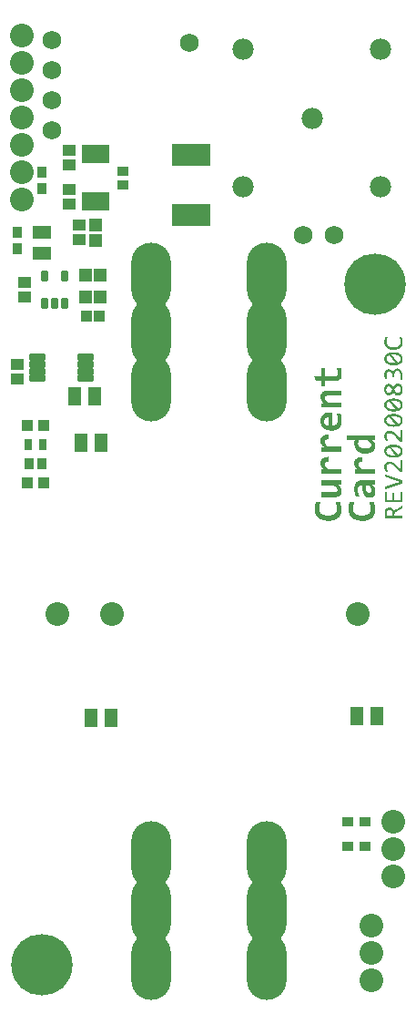
<source format=gts>
G04*
G04 #@! TF.GenerationSoftware,Altium Limited,Altium Designer,19.1.9 (167)*
G04*
G04 Layer_Color=8388736*
%FSLAX25Y25*%
%MOIN*%
G70*
G01*
G75*
%ADD32R,0.06706X0.05131*%
%ADD33R,0.03556X0.04147*%
%ADD34R,0.04147X0.03556*%
%ADD35R,0.05131X0.06706*%
%ADD36R,0.04147X0.03556*%
%ADD37R,0.03556X0.04147*%
%ADD38R,0.04934X0.04540*%
%ADD39R,0.04737X0.04343*%
%ADD40R,0.03950X0.04343*%
%ADD41R,0.04737X0.05131*%
G04:AMPARAMS|DCode=42|XSize=29.65mil|YSize=39.5mil|CornerRadius=5.95mil|HoleSize=0mil|Usage=FLASHONLY|Rotation=180.000|XOffset=0mil|YOffset=0mil|HoleType=Round|Shape=RoundedRectangle|*
%AMROUNDEDRECTD42*
21,1,0.02965,0.02760,0,0,180.0*
21,1,0.01776,0.03950,0,0,180.0*
1,1,0.01190,-0.00888,0.01380*
1,1,0.01190,0.00888,0.01380*
1,1,0.01190,0.00888,-0.01380*
1,1,0.01190,-0.00888,-0.01380*
%
%ADD42ROUNDEDRECTD42*%
%ADD43R,0.01981X0.06509*%
G04:AMPARAMS|DCode=44|XSize=25.72mil|YSize=61.15mil|CornerRadius=5.95mil|HoleSize=0mil|Usage=FLASHONLY|Rotation=90.000|XOffset=0mil|YOffset=0mil|HoleType=Round|Shape=RoundedRectangle|*
%AMROUNDEDRECTD44*
21,1,0.02572,0.04925,0,0,90.0*
21,1,0.01382,0.06115,0,0,90.0*
1,1,0.01190,0.02463,0.00691*
1,1,0.01190,0.02463,-0.00691*
1,1,0.01190,-0.02463,-0.00691*
1,1,0.01190,-0.02463,0.00691*
%
%ADD44ROUNDEDRECTD44*%
%ADD45R,0.14186X0.07887*%
%ADD46R,0.03162X0.03950*%
%ADD47R,0.03950X0.03950*%
%ADD48C,0.08674*%
%ADD49C,0.06902*%
%ADD50O,0.14580X0.24422*%
%ADD51C,0.22453*%
%ADD52C,0.07800*%
G36*
X244167Y349571D02*
X244178Y349549D01*
X244200Y349504D01*
X244211Y349449D01*
X244245Y349371D01*
X244267Y349282D01*
X244300Y349193D01*
X244322Y349082D01*
X244389Y348827D01*
X244433Y348549D01*
X244478Y348249D01*
X244489Y347927D01*
Y347871D01*
X244478Y347794D01*
Y347694D01*
X244467Y347583D01*
X244444Y347449D01*
X244422Y347305D01*
X244389Y347138D01*
X244344Y346971D01*
X244289Y346794D01*
X244222Y346616D01*
X244145Y346438D01*
X244044Y346271D01*
X243933Y346105D01*
X243811Y345938D01*
X243667Y345794D01*
X243656Y345783D01*
X243622Y345760D01*
X243578Y345727D01*
X243511Y345683D01*
X243422Y345627D01*
X243322Y345561D01*
X243189Y345494D01*
X243045Y345427D01*
X242889Y345360D01*
X242700Y345294D01*
X242500Y345227D01*
X242289Y345172D01*
X242045Y345127D01*
X241789Y345094D01*
X241511Y345072D01*
X241223Y345060D01*
X241211D01*
X241189D01*
X241145D01*
X241089D01*
X241023Y345072D01*
X240934D01*
X240745Y345083D01*
X240534Y345105D01*
X240289Y345149D01*
X240045Y345194D01*
X239801Y345261D01*
X239789D01*
X239767Y345272D01*
X239734Y345283D01*
X239689Y345294D01*
X239578Y345349D01*
X239423Y345405D01*
X239256Y345494D01*
X239078Y345594D01*
X238889Y345705D01*
X238723Y345838D01*
X238701Y345860D01*
X238645Y345905D01*
X238567Y345994D01*
X238467Y346105D01*
X238356Y346238D01*
X238245Y346394D01*
X238134Y346571D01*
X238034Y346760D01*
Y346772D01*
X238023Y346783D01*
X238012Y346816D01*
X238001Y346860D01*
X237956Y346971D01*
X237912Y347116D01*
X237867Y347294D01*
X237823Y347505D01*
X237801Y347738D01*
X237790Y347982D01*
Y348149D01*
X237801Y348260D01*
X237812Y348394D01*
X237823Y348527D01*
X237867Y348827D01*
Y348849D01*
X237878Y348893D01*
X237901Y348971D01*
X237923Y349071D01*
X237956Y349182D01*
X238001Y349305D01*
X238101Y349582D01*
X238978D01*
X238967Y349571D01*
X238945Y349516D01*
X238912Y349449D01*
X238867Y349349D01*
X238823Y349238D01*
X238778Y349116D01*
X238689Y348838D01*
Y348816D01*
X238667Y348771D01*
X238656Y348693D01*
X238634Y348593D01*
X238612Y348471D01*
X238601Y348327D01*
X238578Y348171D01*
Y347927D01*
X238590Y347838D01*
X238601Y347727D01*
X238623Y347605D01*
X238656Y347460D01*
X238701Y347316D01*
X238756Y347171D01*
X238767Y347160D01*
X238790Y347116D01*
X238834Y347038D01*
X238889Y346960D01*
X238956Y346860D01*
X239045Y346749D01*
X239145Y346638D01*
X239267Y346538D01*
X239278Y346527D01*
X239323Y346494D01*
X239389Y346449D01*
X239489Y346394D01*
X239600Y346327D01*
X239745Y346260D01*
X239900Y346194D01*
X240067Y346138D01*
X240089D01*
X240145Y346116D01*
X240245Y346094D01*
X240378Y346072D01*
X240534Y346049D01*
X240711Y346027D01*
X240912Y346016D01*
X241134Y346005D01*
X241145D01*
X241189D01*
X241256D01*
X241345Y346016D01*
X241445D01*
X241567Y346027D01*
X241700Y346049D01*
X241845Y346072D01*
X242156Y346127D01*
X242478Y346216D01*
X242778Y346349D01*
X242911Y346427D01*
X243045Y346516D01*
X243056Y346527D01*
X243067Y346538D01*
X243100Y346571D01*
X243145Y346616D01*
X243189Y346660D01*
X243245Y346727D01*
X243311Y346805D01*
X243367Y346894D01*
X243422Y346994D01*
X243489Y347105D01*
X243545Y347238D01*
X243589Y347371D01*
X243633Y347516D01*
X243656Y347671D01*
X243678Y347849D01*
X243689Y348027D01*
Y348182D01*
X243678Y348282D01*
X243667Y348405D01*
X243656Y348538D01*
X243600Y348827D01*
Y348849D01*
X243578Y348893D01*
X243556Y348971D01*
X243522Y349071D01*
X243489Y349182D01*
X243444Y349305D01*
X243322Y349582D01*
X244167D01*
Y349571D01*
D02*
G37*
G36*
X241411Y344149D02*
X241600Y344138D01*
X241811Y344127D01*
X242045Y344094D01*
X242289Y344061D01*
X242522Y344005D01*
X242533D01*
X242545Y343994D01*
X242578D01*
X242622Y343983D01*
X242734Y343938D01*
X242878Y343894D01*
X243045Y343827D01*
X243222Y343749D01*
X243400Y343661D01*
X243578Y343549D01*
X243600Y343538D01*
X243656Y343494D01*
X243733Y343427D01*
X243833Y343338D01*
X243945Y343238D01*
X244056Y343105D01*
X244167Y342961D01*
X244267Y342794D01*
X244278Y342772D01*
X244300Y342716D01*
X244344Y342616D01*
X244378Y342494D01*
X244422Y342339D01*
X244467Y342161D01*
X244489Y341961D01*
X244500Y341739D01*
Y341650D01*
X244489Y341550D01*
X244478Y341416D01*
X244456Y341272D01*
X244422Y341105D01*
X244378Y340939D01*
X244311Y340772D01*
X244300Y340750D01*
X244278Y340705D01*
X244222Y340628D01*
X244156Y340528D01*
X244078Y340405D01*
X243967Y340283D01*
X243845Y340161D01*
X243700Y340039D01*
X243678Y340028D01*
X243622Y339994D01*
X243533Y339939D01*
X243411Y339872D01*
X243267Y339794D01*
X243089Y339717D01*
X242878Y339639D01*
X242656Y339572D01*
X242645D01*
X242622Y339561D01*
X242589D01*
X242545Y339550D01*
X242478Y339539D01*
X242411Y339528D01*
X242322Y339506D01*
X242234Y339494D01*
X242011Y339461D01*
X241756Y339439D01*
X241456Y339428D01*
X241145Y339417D01*
X241134D01*
X241111D01*
X241067D01*
X241023D01*
X240956D01*
X240878Y339428D01*
X240689Y339439D01*
X240478Y339450D01*
X240256Y339483D01*
X240012Y339517D01*
X239778Y339561D01*
X239767D01*
X239745Y339572D01*
X239723Y339583D01*
X239678Y339594D01*
X239556Y339628D01*
X239412Y339672D01*
X239245Y339739D01*
X239067Y339817D01*
X238889Y339917D01*
X238712Y340017D01*
X238689Y340028D01*
X238634Y340072D01*
X238556Y340139D01*
X238456Y340228D01*
X238345Y340328D01*
X238234Y340461D01*
X238123Y340605D01*
X238023Y340772D01*
X238012Y340794D01*
X237989Y340850D01*
X237945Y340950D01*
X237901Y341072D01*
X237856Y341228D01*
X237812Y341416D01*
X237790Y341616D01*
X237778Y341839D01*
Y341928D01*
X237790Y342027D01*
X237801Y342150D01*
X237823Y342294D01*
X237867Y342461D01*
X237912Y342616D01*
X237978Y342783D01*
X237989Y342805D01*
X238012Y342861D01*
X238067Y342938D01*
X238134Y343039D01*
X238212Y343150D01*
X238323Y343272D01*
X238445Y343394D01*
X238590Y343516D01*
X238612Y343527D01*
X238667Y343572D01*
X238756Y343627D01*
X238878Y343694D01*
X239023Y343772D01*
X239212Y343849D01*
X239412Y343927D01*
X239645Y343994D01*
X239656D01*
X239678Y344005D01*
X239712D01*
X239756Y344016D01*
X239823Y344038D01*
X239889Y344050D01*
X239978Y344061D01*
X240067Y344083D01*
X240289Y344105D01*
X240545Y344138D01*
X240834Y344149D01*
X241145Y344161D01*
X241156D01*
X241178D01*
X241223D01*
X241267D01*
X241334D01*
X241411Y344149D01*
D02*
G37*
G36*
X242589Y338250D02*
X242700Y338239D01*
X242822Y338217D01*
X242956Y338183D01*
X243100Y338139D01*
X243245Y338083D01*
X243256Y338072D01*
X243311Y338050D01*
X243378Y338006D01*
X243467Y337950D01*
X243567Y337872D01*
X243678Y337784D01*
X243789Y337672D01*
X243900Y337550D01*
X243911Y337539D01*
X243945Y337484D01*
X244000Y337417D01*
X244056Y337317D01*
X244133Y337183D01*
X244200Y337039D01*
X244278Y336861D01*
X244344Y336672D01*
Y336661D01*
X244356Y336650D01*
Y336617D01*
X244367Y336584D01*
X244389Y336473D01*
X244422Y336317D01*
X244456Y336139D01*
X244478Y335928D01*
X244489Y335695D01*
X244500Y335439D01*
Y335206D01*
X244489Y335095D01*
Y334984D01*
X244467Y334739D01*
Y334684D01*
X244456Y334628D01*
Y334550D01*
X244444Y334462D01*
X244433Y334362D01*
X244411Y334162D01*
X243633D01*
Y334173D01*
X243644Y334217D01*
X243656Y334273D01*
X243667Y334350D01*
X243678Y334451D01*
X243689Y334562D01*
X243722Y334806D01*
Y334873D01*
X243733Y334939D01*
Y335139D01*
X243744Y335262D01*
Y335695D01*
X243733Y335806D01*
X243722Y335939D01*
X243711Y336072D01*
X243689Y336217D01*
X243667Y336350D01*
Y336361D01*
X243644Y336406D01*
X243633Y336473D01*
X243600Y336550D01*
X243522Y336739D01*
X243467Y336828D01*
X243411Y336917D01*
X243400Y336928D01*
X243378Y336950D01*
X243345Y336995D01*
X243300Y337039D01*
X243167Y337150D01*
X243100Y337195D01*
X243011Y337239D01*
X243000D01*
X242967Y337261D01*
X242922Y337272D01*
X242856Y337295D01*
X242778Y337317D01*
X242689Y337328D01*
X242478Y337350D01*
X242467D01*
X242434D01*
X242378Y337339D01*
X242322D01*
X242167Y337295D01*
X242089Y337272D01*
X242011Y337228D01*
X242000D01*
X241978Y337206D01*
X241945Y337172D01*
X241889Y337139D01*
X241789Y337028D01*
X241678Y336884D01*
X241667Y336872D01*
X241656Y336850D01*
X241634Y336806D01*
X241600Y336739D01*
X241567Y336661D01*
X241534Y336573D01*
X241500Y336473D01*
X241478Y336361D01*
Y336350D01*
X241467Y336306D01*
X241456Y336250D01*
X241434Y336173D01*
X241423Y336072D01*
X241411Y335961D01*
X241400Y335706D01*
Y334962D01*
X240689D01*
Y335828D01*
X240678Y335895D01*
X240667Y335984D01*
X240656Y336072D01*
X240612Y336261D01*
Y336273D01*
X240600Y336306D01*
X240578Y336350D01*
X240556Y336406D01*
X240489Y336539D01*
X240389Y336672D01*
X240378Y336684D01*
X240367Y336706D01*
X240334Y336739D01*
X240289Y336772D01*
X240178Y336861D01*
X240034Y336939D01*
X240023D01*
X240001Y336950D01*
X239956Y336972D01*
X239889Y336995D01*
X239823Y337006D01*
X239734Y337028D01*
X239545Y337039D01*
X239534D01*
X239523D01*
X239456D01*
X239367Y337028D01*
X239256Y336995D01*
X239123Y336961D01*
X239001Y336906D01*
X238878Y336828D01*
X238778Y336717D01*
X238767Y336706D01*
X238745Y336661D01*
X238701Y336584D01*
X238656Y336484D01*
X238612Y336350D01*
X238567Y336184D01*
X238545Y335995D01*
X238534Y335773D01*
Y335650D01*
X238545Y335561D01*
Y335461D01*
X238556Y335339D01*
X238601Y335084D01*
Y335073D01*
X238612Y335028D01*
X238623Y334950D01*
X238645Y334861D01*
X238678Y334750D01*
X238712Y334628D01*
X238745Y334484D01*
X238790Y334339D01*
X238034D01*
Y334350D01*
X238023Y334373D01*
X238012Y334406D01*
X238001Y334451D01*
X237967Y334562D01*
X237934Y334695D01*
Y334706D01*
X237923Y334728D01*
Y334773D01*
X237912Y334817D01*
X237878Y334939D01*
X237856Y335084D01*
Y335095D01*
X237845Y335117D01*
Y335150D01*
X237834Y335206D01*
X237823Y335328D01*
X237801Y335461D01*
Y335495D01*
X237790Y335539D01*
Y335584D01*
X237778Y335706D01*
Y335917D01*
X237790Y336017D01*
Y336139D01*
X237812Y336284D01*
X237834Y336428D01*
X237856Y336584D01*
X237901Y336739D01*
Y336761D01*
X237923Y336806D01*
X237945Y336884D01*
X237978Y336972D01*
X238023Y337084D01*
X238078Y337195D01*
X238145Y337306D01*
X238223Y337406D01*
X238234Y337417D01*
X238256Y337450D01*
X238301Y337495D01*
X238367Y337561D01*
X238445Y337617D01*
X238523Y337684D01*
X238623Y337750D01*
X238734Y337806D01*
X238745Y337817D01*
X238790Y337828D01*
X238845Y337850D01*
X238934Y337883D01*
X239034Y337906D01*
X239145Y337928D01*
X239278Y337939D01*
X239412Y337950D01*
X239423D01*
X239434D01*
X239500D01*
X239612Y337939D01*
X239734Y337917D01*
X239889Y337883D01*
X240045Y337828D01*
X240200Y337761D01*
X240356Y337661D01*
X240367Y337650D01*
X240423Y337606D01*
X240489Y337539D01*
X240567Y337450D01*
X240667Y337339D01*
X240767Y337206D01*
X240867Y337039D01*
X240956Y336861D01*
Y336872D01*
X240967Y336906D01*
X240978Y336950D01*
X240989Y337017D01*
X241012Y337095D01*
X241045Y337183D01*
X241123Y337361D01*
Y337372D01*
X241145Y337406D01*
X241167Y337450D01*
X241200Y337517D01*
X241300Y337661D01*
X241423Y337806D01*
X241434Y337817D01*
X241456Y337839D01*
X241500Y337872D01*
X241545Y337917D01*
X241611Y337972D01*
X241689Y338028D01*
X241867Y338128D01*
X241878Y338139D01*
X241911Y338150D01*
X241967Y338172D01*
X242034Y338194D01*
X242123Y338217D01*
X242211Y338239D01*
X242322Y338261D01*
X242434D01*
X242456D01*
X242511D01*
X242589Y338250D01*
D02*
G37*
G36*
X242922Y332739D02*
X243022Y332728D01*
X243133Y332706D01*
X243256Y332673D01*
X243389Y332628D01*
X243511Y332573D01*
X243522Y332562D01*
X243567Y332540D01*
X243622Y332506D01*
X243700Y332451D01*
X243789Y332384D01*
X243878Y332306D01*
X243967Y332206D01*
X244056Y332095D01*
X244067Y332084D01*
X244089Y332040D01*
X244133Y331973D01*
X244178Y331895D01*
X244233Y331784D01*
X244289Y331662D01*
X244344Y331528D01*
X244389Y331373D01*
Y331351D01*
X244411Y331306D01*
X244422Y331218D01*
X244444Y331106D01*
X244467Y330973D01*
X244478Y330829D01*
X244500Y330662D01*
Y330395D01*
X244489Y330295D01*
Y330162D01*
X244478Y330018D01*
X244456Y329862D01*
X244422Y329695D01*
X244389Y329540D01*
X244378Y329518D01*
X244367Y329473D01*
X244333Y329395D01*
X244300Y329295D01*
X244256Y329195D01*
X244200Y329073D01*
X244133Y328962D01*
X244056Y328851D01*
X244044Y328840D01*
X244011Y328807D01*
X243967Y328762D01*
X243911Y328696D01*
X243833Y328629D01*
X243744Y328562D01*
X243644Y328496D01*
X243545Y328440D01*
X243533D01*
X243489Y328418D01*
X243433Y328396D01*
X243345Y328373D01*
X243256Y328351D01*
X243145Y328329D01*
X243022Y328318D01*
X242889Y328307D01*
X242878D01*
X242867D01*
X242833D01*
X242789Y328318D01*
X242678Y328329D01*
X242533Y328351D01*
X242378Y328384D01*
X242200Y328451D01*
X242022Y328529D01*
X241856Y328640D01*
X241834Y328651D01*
X241778Y328707D01*
X241700Y328784D01*
X241589Y328895D01*
X241467Y329040D01*
X241334Y329218D01*
X241189Y329429D01*
X241056Y329673D01*
Y329662D01*
X241045Y329651D01*
X241023Y329618D01*
X241000Y329573D01*
X240934Y329462D01*
X240845Y329318D01*
X240734Y329162D01*
X240612Y329018D01*
X240478Y328862D01*
X240334Y328740D01*
X240312Y328729D01*
X240267Y328696D01*
X240178Y328651D01*
X240067Y328595D01*
X239934Y328540D01*
X239778Y328496D01*
X239612Y328462D01*
X239423Y328451D01*
X239412D01*
X239367D01*
X239312Y328462D01*
X239234D01*
X239134Y328484D01*
X239034Y328507D01*
X238934Y328529D01*
X238823Y328573D01*
X238812Y328584D01*
X238767Y328595D01*
X238712Y328629D01*
X238645Y328673D01*
X238556Y328729D01*
X238467Y328796D01*
X238378Y328873D01*
X238289Y328962D01*
X238278Y328973D01*
X238245Y329007D01*
X238212Y329062D01*
X238156Y329140D01*
X238101Y329240D01*
X238034Y329351D01*
X237978Y329473D01*
X237923Y329618D01*
X237912Y329640D01*
X237901Y329684D01*
X237878Y329773D01*
X237845Y329884D01*
X237823Y330018D01*
X237801Y330184D01*
X237790Y330362D01*
X237778Y330551D01*
Y330729D01*
X237790Y330851D01*
X237801Y330995D01*
X237823Y331140D01*
X237856Y331295D01*
X237890Y331440D01*
Y331462D01*
X237912Y331506D01*
X237934Y331573D01*
X237967Y331662D01*
X238012Y331762D01*
X238067Y331862D01*
X238134Y331973D01*
X238201Y332073D01*
X238212Y332084D01*
X238234Y332117D01*
X238278Y332162D01*
X238334Y332228D01*
X238412Y332284D01*
X238490Y332351D01*
X238590Y332417D01*
X238689Y332473D01*
X238701Y332484D01*
X238734Y332495D01*
X238801Y332517D01*
X238867Y332540D01*
X238967Y332562D01*
X239078Y332584D01*
X239189Y332606D01*
X239323D01*
X239334D01*
X239345D01*
X239378D01*
X239412D01*
X239523Y332595D01*
X239656Y332562D01*
X239812Y332528D01*
X239967Y332473D01*
X240134Y332395D01*
X240289Y332284D01*
X240312Y332273D01*
X240356Y332228D01*
X240434Y332151D01*
X240523Y332051D01*
X240634Y331928D01*
X240756Y331773D01*
X240878Y331584D01*
X240989Y331384D01*
X241000Y331395D01*
X241012Y331429D01*
X241045Y331484D01*
X241078Y331562D01*
X241134Y331640D01*
X241189Y331729D01*
X241311Y331917D01*
X241322Y331928D01*
X241345Y331962D01*
X241378Y332006D01*
X241423Y332073D01*
X241545Y332206D01*
X241700Y332351D01*
X241711Y332362D01*
X241734Y332384D01*
X241778Y332417D01*
X241834Y332462D01*
X241911Y332506D01*
X241989Y332551D01*
X242178Y332640D01*
X242189D01*
X242222Y332662D01*
X242278Y332673D01*
X242356Y332695D01*
X242434Y332717D01*
X242533Y332728D01*
X242767Y332751D01*
X242789D01*
X242833D01*
X242922Y332739D01*
D02*
G37*
G36*
X241411Y327251D02*
X241600Y327240D01*
X241811Y327229D01*
X242045Y327196D01*
X242289Y327162D01*
X242522Y327107D01*
X242533D01*
X242545Y327096D01*
X242578D01*
X242622Y327084D01*
X242734Y327040D01*
X242878Y326996D01*
X243045Y326929D01*
X243222Y326851D01*
X243400Y326762D01*
X243578Y326651D01*
X243600Y326640D01*
X243656Y326596D01*
X243733Y326529D01*
X243833Y326440D01*
X243945Y326340D01*
X244056Y326207D01*
X244167Y326062D01*
X244267Y325896D01*
X244278Y325873D01*
X244300Y325818D01*
X244344Y325718D01*
X244378Y325596D01*
X244422Y325440D01*
X244467Y325262D01*
X244489Y325062D01*
X244500Y324840D01*
Y324751D01*
X244489Y324651D01*
X244478Y324518D01*
X244456Y324374D01*
X244422Y324207D01*
X244378Y324040D01*
X244311Y323874D01*
X244300Y323851D01*
X244278Y323807D01*
X244222Y323729D01*
X244156Y323629D01*
X244078Y323507D01*
X243967Y323385D01*
X243845Y323263D01*
X243700Y323141D01*
X243678Y323129D01*
X243622Y323096D01*
X243533Y323041D01*
X243411Y322974D01*
X243267Y322896D01*
X243089Y322818D01*
X242878Y322741D01*
X242656Y322674D01*
X242645D01*
X242622Y322663D01*
X242589D01*
X242545Y322652D01*
X242478Y322640D01*
X242411Y322629D01*
X242322Y322607D01*
X242234Y322596D01*
X242011Y322563D01*
X241756Y322540D01*
X241456Y322529D01*
X241145Y322518D01*
X241134D01*
X241111D01*
X241067D01*
X241023D01*
X240956D01*
X240878Y322529D01*
X240689Y322540D01*
X240478Y322552D01*
X240256Y322585D01*
X240012Y322618D01*
X239778Y322663D01*
X239767D01*
X239745Y322674D01*
X239723Y322685D01*
X239678Y322696D01*
X239556Y322729D01*
X239412Y322774D01*
X239245Y322840D01*
X239067Y322918D01*
X238889Y323018D01*
X238712Y323118D01*
X238689Y323129D01*
X238634Y323174D01*
X238556Y323240D01*
X238456Y323329D01*
X238345Y323429D01*
X238234Y323563D01*
X238123Y323707D01*
X238023Y323874D01*
X238012Y323896D01*
X237989Y323952D01*
X237945Y324051D01*
X237901Y324174D01*
X237856Y324329D01*
X237812Y324518D01*
X237790Y324718D01*
X237778Y324940D01*
Y325029D01*
X237790Y325129D01*
X237801Y325251D01*
X237823Y325396D01*
X237867Y325563D01*
X237912Y325718D01*
X237978Y325885D01*
X237989Y325907D01*
X238012Y325962D01*
X238067Y326040D01*
X238134Y326140D01*
X238212Y326251D01*
X238323Y326374D01*
X238445Y326496D01*
X238590Y326618D01*
X238612Y326629D01*
X238667Y326674D01*
X238756Y326729D01*
X238878Y326796D01*
X239023Y326873D01*
X239212Y326951D01*
X239412Y327029D01*
X239645Y327096D01*
X239656D01*
X239678Y327107D01*
X239712D01*
X239756Y327118D01*
X239823Y327140D01*
X239889Y327151D01*
X239978Y327162D01*
X240067Y327185D01*
X240289Y327207D01*
X240545Y327240D01*
X240834Y327251D01*
X241145Y327262D01*
X241156D01*
X241178D01*
X241223D01*
X241267D01*
X241334D01*
X241411Y327251D01*
D02*
G37*
G36*
Y321618D02*
X241600Y321607D01*
X241811Y321596D01*
X242045Y321563D01*
X242289Y321530D01*
X242522Y321474D01*
X242533D01*
X242545Y321463D01*
X242578D01*
X242622Y321452D01*
X242734Y321407D01*
X242878Y321363D01*
X243045Y321296D01*
X243222Y321218D01*
X243400Y321130D01*
X243578Y321019D01*
X243600Y321007D01*
X243656Y320963D01*
X243733Y320896D01*
X243833Y320807D01*
X243945Y320707D01*
X244056Y320574D01*
X244167Y320430D01*
X244267Y320263D01*
X244278Y320241D01*
X244300Y320185D01*
X244344Y320085D01*
X244378Y319963D01*
X244422Y319808D01*
X244467Y319630D01*
X244489Y319430D01*
X244500Y319208D01*
Y319119D01*
X244489Y319019D01*
X244478Y318885D01*
X244456Y318741D01*
X244422Y318574D01*
X244378Y318408D01*
X244311Y318241D01*
X244300Y318219D01*
X244278Y318174D01*
X244222Y318096D01*
X244156Y317997D01*
X244078Y317874D01*
X243967Y317752D01*
X243845Y317630D01*
X243700Y317508D01*
X243678Y317497D01*
X243622Y317463D01*
X243533Y317408D01*
X243411Y317341D01*
X243267Y317263D01*
X243089Y317185D01*
X242878Y317108D01*
X242656Y317041D01*
X242645D01*
X242622Y317030D01*
X242589D01*
X242545Y317019D01*
X242478Y317008D01*
X242411Y316997D01*
X242322Y316974D01*
X242234Y316963D01*
X242011Y316930D01*
X241756Y316908D01*
X241456Y316897D01*
X241145Y316886D01*
X241134D01*
X241111D01*
X241067D01*
X241023D01*
X240956D01*
X240878Y316897D01*
X240689Y316908D01*
X240478Y316919D01*
X240256Y316952D01*
X240012Y316986D01*
X239778Y317030D01*
X239767D01*
X239745Y317041D01*
X239723Y317052D01*
X239678Y317063D01*
X239556Y317097D01*
X239412Y317141D01*
X239245Y317208D01*
X239067Y317285D01*
X238889Y317386D01*
X238712Y317485D01*
X238689Y317497D01*
X238634Y317541D01*
X238556Y317608D01*
X238456Y317697D01*
X238345Y317797D01*
X238234Y317930D01*
X238123Y318074D01*
X238023Y318241D01*
X238012Y318263D01*
X237989Y318319D01*
X237945Y318419D01*
X237901Y318541D01*
X237856Y318696D01*
X237812Y318885D01*
X237790Y319085D01*
X237778Y319307D01*
Y319396D01*
X237790Y319496D01*
X237801Y319619D01*
X237823Y319763D01*
X237867Y319930D01*
X237912Y320085D01*
X237978Y320252D01*
X237989Y320274D01*
X238012Y320330D01*
X238067Y320407D01*
X238134Y320507D01*
X238212Y320619D01*
X238323Y320741D01*
X238445Y320863D01*
X238590Y320985D01*
X238612Y320996D01*
X238667Y321041D01*
X238756Y321096D01*
X238878Y321163D01*
X239023Y321241D01*
X239212Y321318D01*
X239412Y321396D01*
X239645Y321463D01*
X239656D01*
X239678Y321474D01*
X239712D01*
X239756Y321485D01*
X239823Y321507D01*
X239889Y321518D01*
X239978Y321530D01*
X240067Y321552D01*
X240289Y321574D01*
X240545Y321607D01*
X240834Y321618D01*
X241145Y321630D01*
X241156D01*
X241178D01*
X241223D01*
X241267D01*
X241334D01*
X241411Y321618D01*
D02*
G37*
G36*
X244411Y311542D02*
X243633D01*
X241956Y313219D01*
X241934Y313242D01*
X241889Y313286D01*
X241811Y313364D01*
X241711Y313464D01*
X241600Y313575D01*
X241478Y313686D01*
X241356Y313797D01*
X241245Y313897D01*
X241234Y313908D01*
X241189Y313941D01*
X241134Y313986D01*
X241067Y314041D01*
X240978Y314108D01*
X240889Y314175D01*
X240700Y314297D01*
X240689Y314308D01*
X240656Y314319D01*
X240612Y314352D01*
X240545Y314386D01*
X240400Y314453D01*
X240234Y314497D01*
X240223D01*
X240189Y314508D01*
X240145Y314519D01*
X240089Y314530D01*
X240023D01*
X239934Y314541D01*
X239756Y314552D01*
X239745D01*
X239712D01*
X239667D01*
X239612Y314541D01*
X239456Y314530D01*
X239300Y314486D01*
X239289D01*
X239267Y314475D01*
X239223Y314464D01*
X239167Y314441D01*
X239045Y314375D01*
X238912Y314286D01*
X238901Y314275D01*
X238878Y314264D01*
X238856Y314230D01*
X238812Y314197D01*
X238734Y314075D01*
X238645Y313930D01*
Y313919D01*
X238634Y313897D01*
X238612Y313853D01*
X238590Y313786D01*
X238578Y313708D01*
X238556Y313630D01*
X238545Y313530D01*
Y313353D01*
X238556Y313275D01*
X238567Y313175D01*
X238590Y313053D01*
X238623Y312930D01*
X238667Y312797D01*
X238734Y312664D01*
X238745Y312653D01*
X238767Y312608D01*
X238812Y312542D01*
X238867Y312453D01*
X238934Y312364D01*
X239012Y312253D01*
X239112Y312153D01*
X239212Y312042D01*
X238645Y311564D01*
X238623Y311586D01*
X238578Y311631D01*
X238512Y311708D01*
X238423Y311808D01*
X238323Y311930D01*
X238223Y312075D01*
X238112Y312230D01*
X238023Y312408D01*
Y312419D01*
X238012Y312430D01*
X237989Y312497D01*
X237945Y312597D01*
X237901Y312730D01*
X237856Y312897D01*
X237812Y313086D01*
X237790Y313297D01*
X237778Y313530D01*
Y313608D01*
X237790Y313686D01*
Y313797D01*
X237812Y313919D01*
X237834Y314053D01*
X237867Y314197D01*
X237912Y314330D01*
X237923Y314341D01*
X237934Y314386D01*
X237967Y314453D01*
X238012Y314541D01*
X238067Y314641D01*
X238123Y314741D01*
X238289Y314941D01*
X238301Y314952D01*
X238334Y314986D01*
X238389Y315030D01*
X238456Y315097D01*
X238545Y315163D01*
X238645Y315230D01*
X238756Y315297D01*
X238889Y315352D01*
X238901Y315364D01*
X238956Y315375D01*
X239023Y315397D01*
X239123Y315430D01*
X239245Y315452D01*
X239378Y315475D01*
X239523Y315486D01*
X239689Y315497D01*
X239701D01*
X239756D01*
X239823D01*
X239923Y315486D01*
X240023Y315475D01*
X240145Y315452D01*
X240389Y315397D01*
X240400D01*
X240445Y315375D01*
X240511Y315352D01*
X240589Y315319D01*
X240689Y315275D01*
X240800Y315219D01*
X241034Y315086D01*
X241045Y315075D01*
X241089Y315052D01*
X241145Y315008D01*
X241234Y314952D01*
X241334Y314875D01*
X241445Y314786D01*
X241567Y314686D01*
X241689Y314575D01*
X241700Y314564D01*
X241745Y314519D01*
X241811Y314453D01*
X241900Y314375D01*
X242011Y314264D01*
X242134Y314141D01*
X242278Y314008D01*
X242422Y313853D01*
X243578Y312675D01*
Y315852D01*
X244411D01*
Y311542D01*
D02*
G37*
G36*
X241411Y310353D02*
X241600Y310342D01*
X241811Y310331D01*
X242045Y310297D01*
X242289Y310264D01*
X242522Y310208D01*
X242533D01*
X242545Y310197D01*
X242578D01*
X242622Y310186D01*
X242734Y310142D01*
X242878Y310097D01*
X243045Y310031D01*
X243222Y309953D01*
X243400Y309864D01*
X243578Y309753D01*
X243600Y309742D01*
X243656Y309697D01*
X243733Y309631D01*
X243833Y309542D01*
X243945Y309442D01*
X244056Y309309D01*
X244167Y309164D01*
X244267Y308997D01*
X244278Y308975D01*
X244300Y308920D01*
X244344Y308820D01*
X244378Y308698D01*
X244422Y308542D01*
X244467Y308364D01*
X244489Y308164D01*
X244500Y307942D01*
Y307853D01*
X244489Y307753D01*
X244478Y307620D01*
X244456Y307475D01*
X244422Y307309D01*
X244378Y307142D01*
X244311Y306975D01*
X244300Y306953D01*
X244278Y306909D01*
X244222Y306831D01*
X244156Y306731D01*
X244078Y306609D01*
X243967Y306487D01*
X243845Y306364D01*
X243700Y306242D01*
X243678Y306231D01*
X243622Y306198D01*
X243533Y306142D01*
X243411Y306076D01*
X243267Y305998D01*
X243089Y305920D01*
X242878Y305842D01*
X242656Y305776D01*
X242645D01*
X242622Y305764D01*
X242589D01*
X242545Y305753D01*
X242478Y305742D01*
X242411Y305731D01*
X242322Y305709D01*
X242234Y305698D01*
X242011Y305664D01*
X241756Y305642D01*
X241456Y305631D01*
X241145Y305620D01*
X241134D01*
X241111D01*
X241067D01*
X241023D01*
X240956D01*
X240878Y305631D01*
X240689Y305642D01*
X240478Y305653D01*
X240256Y305687D01*
X240012Y305720D01*
X239778Y305764D01*
X239767D01*
X239745Y305776D01*
X239723Y305787D01*
X239678Y305798D01*
X239556Y305831D01*
X239412Y305875D01*
X239245Y305942D01*
X239067Y306020D01*
X238889Y306120D01*
X238712Y306220D01*
X238689Y306231D01*
X238634Y306276D01*
X238556Y306342D01*
X238456Y306431D01*
X238345Y306531D01*
X238234Y306664D01*
X238123Y306809D01*
X238023Y306975D01*
X238012Y306998D01*
X237989Y307053D01*
X237945Y307153D01*
X237901Y307275D01*
X237856Y307431D01*
X237812Y307620D01*
X237790Y307820D01*
X237778Y308042D01*
Y308131D01*
X237790Y308231D01*
X237801Y308353D01*
X237823Y308498D01*
X237867Y308664D01*
X237912Y308820D01*
X237978Y308986D01*
X237989Y309009D01*
X238012Y309064D01*
X238067Y309142D01*
X238134Y309242D01*
X238212Y309353D01*
X238323Y309475D01*
X238445Y309597D01*
X238590Y309720D01*
X238612Y309731D01*
X238667Y309775D01*
X238756Y309831D01*
X238878Y309897D01*
X239023Y309975D01*
X239212Y310053D01*
X239412Y310131D01*
X239645Y310197D01*
X239656D01*
X239678Y310208D01*
X239712D01*
X239756Y310220D01*
X239823Y310242D01*
X239889Y310253D01*
X239978Y310264D01*
X240067Y310286D01*
X240289Y310308D01*
X240545Y310342D01*
X240834Y310353D01*
X241145Y310364D01*
X241156D01*
X241178D01*
X241223D01*
X241267D01*
X241334D01*
X241411Y310353D01*
D02*
G37*
G36*
X244411Y300276D02*
X243633D01*
X241956Y301954D01*
X241934Y301976D01*
X241889Y302020D01*
X241811Y302098D01*
X241711Y302198D01*
X241600Y302309D01*
X241478Y302420D01*
X241356Y302531D01*
X241245Y302631D01*
X241234Y302642D01*
X241189Y302676D01*
X241134Y302720D01*
X241067Y302776D01*
X240978Y302842D01*
X240889Y302909D01*
X240700Y303031D01*
X240689Y303043D01*
X240656Y303054D01*
X240612Y303087D01*
X240545Y303120D01*
X240400Y303187D01*
X240234Y303231D01*
X240223D01*
X240189Y303242D01*
X240145Y303254D01*
X240089Y303265D01*
X240023D01*
X239934Y303276D01*
X239756Y303287D01*
X239745D01*
X239712D01*
X239667D01*
X239612Y303276D01*
X239456Y303265D01*
X239300Y303220D01*
X239289D01*
X239267Y303209D01*
X239223Y303198D01*
X239167Y303176D01*
X239045Y303109D01*
X238912Y303020D01*
X238901Y303009D01*
X238878Y302998D01*
X238856Y302965D01*
X238812Y302931D01*
X238734Y302809D01*
X238645Y302665D01*
Y302654D01*
X238634Y302631D01*
X238612Y302587D01*
X238590Y302520D01*
X238578Y302443D01*
X238556Y302365D01*
X238545Y302265D01*
Y302087D01*
X238556Y302009D01*
X238567Y301909D01*
X238590Y301787D01*
X238623Y301665D01*
X238667Y301532D01*
X238734Y301398D01*
X238745Y301387D01*
X238767Y301343D01*
X238812Y301276D01*
X238867Y301187D01*
X238934Y301098D01*
X239012Y300987D01*
X239112Y300887D01*
X239212Y300776D01*
X238645Y300298D01*
X238623Y300321D01*
X238578Y300365D01*
X238512Y300443D01*
X238423Y300543D01*
X238323Y300665D01*
X238223Y300809D01*
X238112Y300965D01*
X238023Y301143D01*
Y301154D01*
X238012Y301165D01*
X237989Y301232D01*
X237945Y301332D01*
X237901Y301465D01*
X237856Y301631D01*
X237812Y301820D01*
X237790Y302031D01*
X237778Y302265D01*
Y302343D01*
X237790Y302420D01*
Y302531D01*
X237812Y302654D01*
X237834Y302787D01*
X237867Y302931D01*
X237912Y303065D01*
X237923Y303076D01*
X237934Y303120D01*
X237967Y303187D01*
X238012Y303276D01*
X238067Y303376D01*
X238123Y303476D01*
X238289Y303676D01*
X238301Y303687D01*
X238334Y303720D01*
X238389Y303765D01*
X238456Y303831D01*
X238545Y303898D01*
X238645Y303965D01*
X238756Y304031D01*
X238889Y304087D01*
X238901Y304098D01*
X238956Y304109D01*
X239023Y304131D01*
X239123Y304165D01*
X239245Y304187D01*
X239378Y304209D01*
X239523Y304220D01*
X239689Y304231D01*
X239701D01*
X239756D01*
X239823D01*
X239923Y304220D01*
X240023Y304209D01*
X240145Y304187D01*
X240389Y304131D01*
X240400D01*
X240445Y304109D01*
X240511Y304087D01*
X240589Y304053D01*
X240689Y304009D01*
X240800Y303954D01*
X241034Y303820D01*
X241045Y303809D01*
X241089Y303787D01*
X241145Y303742D01*
X241234Y303687D01*
X241334Y303609D01*
X241445Y303520D01*
X241567Y303420D01*
X241689Y303309D01*
X241700Y303298D01*
X241745Y303254D01*
X241811Y303187D01*
X241900Y303109D01*
X242011Y302998D01*
X242134Y302876D01*
X242278Y302743D01*
X242422Y302587D01*
X243578Y301409D01*
Y304587D01*
X244411D01*
Y300276D01*
D02*
G37*
G36*
Y297299D02*
Y296099D01*
X237878Y293932D01*
Y294943D01*
X242289Y296343D01*
X243578Y296743D01*
X242289Y297154D01*
X237878Y298565D01*
Y299521D01*
X244411Y297299D01*
D02*
G37*
G36*
Y289277D02*
X237878D01*
Y292999D01*
X238634D01*
Y290166D01*
X240645D01*
Y292888D01*
X241400D01*
Y290166D01*
X243656D01*
Y292999D01*
X244411D01*
Y289277D01*
D02*
G37*
G36*
Y286900D02*
X242322Y285922D01*
X242311D01*
X242278Y285900D01*
X242245Y285877D01*
X242189Y285855D01*
X242056Y285778D01*
X241934Y285689D01*
X241922D01*
X241900Y285666D01*
X241834Y285622D01*
X241756Y285544D01*
X241678Y285444D01*
Y285433D01*
X241667Y285422D01*
X241622Y285355D01*
X241589Y285266D01*
X241545Y285155D01*
Y285144D01*
X241534Y285133D01*
Y285100D01*
X241523Y285055D01*
X241511Y284944D01*
X241500Y284800D01*
Y284389D01*
X244411D01*
Y283500D01*
X237878D01*
Y285344D01*
X237890Y285444D01*
Y285578D01*
X237912Y285733D01*
X237934Y285900D01*
X237967Y286066D01*
X238012Y286222D01*
Y286244D01*
X238034Y286289D01*
X238067Y286366D01*
X238101Y286455D01*
X238145Y286566D01*
X238212Y286678D01*
X238278Y286789D01*
X238356Y286889D01*
X238367Y286900D01*
X238401Y286933D01*
X238445Y286977D01*
X238512Y287033D01*
X238590Y287100D01*
X238678Y287166D01*
X238790Y287222D01*
X238901Y287277D01*
X238912Y287288D01*
X238956Y287300D01*
X239023Y287322D01*
X239112Y287344D01*
X239212Y287366D01*
X239334Y287388D01*
X239456Y287411D01*
X239600D01*
X239612D01*
X239656D01*
X239712D01*
X239789Y287400D01*
X239878Y287388D01*
X239978Y287366D01*
X240189Y287311D01*
X240200D01*
X240234Y287300D01*
X240289Y287277D01*
X240345Y287244D01*
X240511Y287166D01*
X240678Y287044D01*
X240689Y287033D01*
X240711Y287011D01*
X240756Y286977D01*
X240811Y286922D01*
X240867Y286855D01*
X240934Y286777D01*
X241067Y286600D01*
X241078Y286589D01*
X241089Y286555D01*
X241123Y286500D01*
X241156Y286433D01*
X241189Y286344D01*
X241234Y286244D01*
X241267Y286122D01*
X241300Y286000D01*
Y286011D01*
X241322Y286044D01*
X241345Y286100D01*
X241378Y286166D01*
X241423Y286233D01*
X241489Y286311D01*
X241556Y286389D01*
X241645Y286466D01*
X241656Y286477D01*
X241689Y286500D01*
X241734Y286544D01*
X241811Y286589D01*
X241900Y286655D01*
X242000Y286722D01*
X242134Y286789D01*
X242267Y286866D01*
X244411Y287911D01*
Y286900D01*
D02*
G37*
G36*
X221887Y338277D02*
X221903Y338212D01*
X221919Y338115D01*
X221935Y337985D01*
X221968Y337839D01*
X222000Y337677D01*
X222049Y337321D01*
Y337305D01*
X222065Y337240D01*
X222081Y337143D01*
Y337029D01*
X222097Y336883D01*
X222113Y336721D01*
X222130Y336397D01*
Y336268D01*
X222113Y336138D01*
Y335960D01*
X222097Y335766D01*
X222065Y335555D01*
X222032Y335344D01*
X221984Y335134D01*
Y335118D01*
X221952Y335053D01*
X221919Y334939D01*
X221870Y334826D01*
X221725Y334534D01*
X221644Y334389D01*
X221530Y334259D01*
X221514Y334243D01*
X221465Y334210D01*
X221401Y334146D01*
X221304Y334065D01*
X221190Y333984D01*
X221044Y333903D01*
X220899Y333822D01*
X220720Y333757D01*
X220704D01*
X220639Y333724D01*
X220526Y333708D01*
X220396Y333676D01*
X220218Y333643D01*
X220024Y333627D01*
X219813Y333595D01*
X219570D01*
X215957D01*
Y331618D01*
X214564D01*
Y333595D01*
X212685D01*
X212199Y335425D01*
X214564D01*
Y338293D01*
X215957D01*
Y335425D01*
X219441D01*
X219473D01*
X219538D01*
X219651Y335442D01*
X219797Y335458D01*
X219959Y335490D01*
X220105Y335539D01*
X220267Y335604D01*
X220396Y335701D01*
X220412Y335717D01*
X220445Y335766D01*
X220494Y335830D01*
X220542Y335928D01*
X220607Y336073D01*
X220655Y336235D01*
X220688Y336430D01*
X220704Y336673D01*
Y336835D01*
X220688Y336948D01*
Y337078D01*
X220672Y337207D01*
X220639Y337515D01*
Y337531D01*
X220623Y337580D01*
X220607Y337661D01*
X220591Y337774D01*
X220558Y337888D01*
X220526Y338017D01*
X220461Y338293D01*
X221887D01*
Y338277D01*
D02*
G37*
G36*
X221968Y328411D02*
X217156D01*
X217140D01*
X217108D01*
X217043D01*
X216962Y328395D01*
X216768Y328362D01*
X216541Y328297D01*
X216314Y328184D01*
X216120Y328022D01*
X216038Y327925D01*
X215974Y327811D01*
X215941Y327666D01*
X215925Y327504D01*
Y327423D01*
X215941Y327342D01*
X215974Y327228D01*
X216022Y327099D01*
X216087Y326937D01*
X216168Y326791D01*
X216298Y326629D01*
X216314Y326613D01*
X216363Y326564D01*
X216443Y326483D01*
X216557Y326370D01*
X216703Y326240D01*
X216865Y326094D01*
X217059Y325932D01*
X217286Y325770D01*
X221968D01*
Y323988D01*
X214564D01*
Y325527D01*
X215666Y325560D01*
X215650Y325576D01*
X215617Y325592D01*
X215569Y325641D01*
X215488Y325705D01*
X215326Y325851D01*
X215147Y326029D01*
X215131Y326046D01*
X215115Y326078D01*
X215067Y326127D01*
X215018Y326191D01*
X214888Y326353D01*
X214759Y326564D01*
X214742Y326580D01*
X214726Y326613D01*
X214694Y326677D01*
X214662Y326758D01*
X214580Y326953D01*
X214499Y327180D01*
Y327196D01*
X214483Y327244D01*
X214467Y327309D01*
X214451Y327390D01*
X214435Y327504D01*
X214419Y327617D01*
X214402Y327909D01*
Y328006D01*
X214419Y328119D01*
Y328249D01*
X214451Y328411D01*
X214483Y328573D01*
X214532Y328751D01*
X214597Y328913D01*
Y328929D01*
X214629Y328978D01*
X214678Y329059D01*
X214726Y329156D01*
X214888Y329383D01*
X215115Y329610D01*
X215131Y329626D01*
X215180Y329658D01*
X215245Y329707D01*
X215342Y329772D01*
X215472Y329853D01*
X215601Y329917D01*
X215763Y329982D01*
X215941Y330047D01*
X215957D01*
X216022Y330063D01*
X216120Y330096D01*
X216249Y330128D01*
X216411Y330144D01*
X216589Y330177D01*
X216800Y330193D01*
X217010D01*
X221968D01*
Y328411D01*
D02*
G37*
G36*
X218177Y322206D02*
X218193D01*
X218226D01*
X218274D01*
X218355Y322190D01*
X218517D01*
X218711Y322174D01*
Y317314D01*
X218728D01*
X218793D01*
X218890Y317330D01*
X219003D01*
X219149Y317346D01*
X219295Y317379D01*
X219586Y317460D01*
X219602D01*
X219651Y317492D01*
X219716Y317524D01*
X219797Y317573D01*
X219991Y317703D01*
X220202Y317881D01*
X220218Y317897D01*
X220234Y317929D01*
X220283Y317994D01*
X220332Y318059D01*
X220396Y318156D01*
X220461Y318270D01*
X220574Y318529D01*
Y318545D01*
X220591Y318594D01*
X220607Y318675D01*
X220639Y318788D01*
X220655Y318918D01*
X220688Y319063D01*
X220704Y319387D01*
Y319582D01*
X220688Y319728D01*
Y319906D01*
X220672Y320100D01*
X220655Y320311D01*
X220623Y320538D01*
Y320570D01*
X220607Y320651D01*
X220591Y320764D01*
X220558Y320926D01*
X220526Y321121D01*
X220477Y321331D01*
X220412Y321574D01*
X220348Y321817D01*
X221757D01*
Y321801D01*
X221773Y321769D01*
X221790Y321704D01*
X221806Y321623D01*
X221870Y321429D01*
X221919Y321186D01*
Y321137D01*
X221935Y321072D01*
X221952Y320975D01*
X221968Y320878D01*
X221984Y320764D01*
X222016Y320505D01*
Y320440D01*
X222032Y320376D01*
X222049Y320278D01*
X222065Y320181D01*
Y320052D01*
X222097Y319792D01*
Y319728D01*
X222113Y319663D01*
Y319582D01*
X222130Y319355D01*
Y318966D01*
X222113Y318804D01*
X222097Y318594D01*
X222081Y318367D01*
X222032Y318108D01*
X221984Y317848D01*
X221903Y317589D01*
X221887Y317557D01*
X221854Y317476D01*
X221806Y317362D01*
X221725Y317200D01*
X221627Y317022D01*
X221498Y316828D01*
X221352Y316633D01*
X221190Y316455D01*
X221174Y316439D01*
X221109Y316374D01*
X221012Y316293D01*
X220866Y316196D01*
X220704Y316083D01*
X220494Y315953D01*
X220267Y315840D01*
X220024Y315742D01*
X220007D01*
X219991Y315726D01*
X219894Y315710D01*
X219748Y315661D01*
X219554Y315629D01*
X219327Y315580D01*
X219052Y315532D01*
X218744Y315516D01*
X218420Y315499D01*
X218404D01*
X218371D01*
X218339D01*
X218274D01*
X218096Y315516D01*
X217869Y315532D01*
X217626Y315564D01*
X217351Y315597D01*
X217059Y315661D01*
X216784Y315742D01*
X216768D01*
X216751Y315759D01*
X216654Y315791D01*
X216525Y315840D01*
X216346Y315921D01*
X216152Y316018D01*
X215941Y316147D01*
X215731Y316277D01*
X215520Y316439D01*
X215504Y316455D01*
X215439Y316520D01*
X215342Y316617D01*
X215212Y316747D01*
X215083Y316909D01*
X214953Y317103D01*
X214807Y317314D01*
X214694Y317541D01*
X214678Y317573D01*
X214645Y317654D01*
X214597Y317784D01*
X214548Y317962D01*
X214499Y318172D01*
X214451Y318415D01*
X214419Y318691D01*
X214402Y318982D01*
Y319112D01*
X214419Y319258D01*
X214435Y319452D01*
X214467Y319663D01*
X214516Y319890D01*
X214580Y320133D01*
X214662Y320359D01*
X214678Y320392D01*
X214710Y320457D01*
X214759Y320570D01*
X214840Y320716D01*
X214937Y320878D01*
X215050Y321056D01*
X215180Y321218D01*
X215342Y321380D01*
X215358Y321396D01*
X215423Y321445D01*
X215504Y321526D01*
X215634Y321607D01*
X215779Y321704D01*
X215957Y321817D01*
X216168Y321915D01*
X216379Y321996D01*
X216411Y322012D01*
X216476Y322028D01*
X216605Y322060D01*
X216768Y322109D01*
X216962Y322158D01*
X217189Y322190D01*
X217448Y322206D01*
X217707Y322222D01*
X217740D01*
X217837D01*
X217983D01*
X218177Y322206D01*
D02*
G37*
G36*
X217448Y312324D02*
X217432D01*
X217383D01*
X217302D01*
X217205D01*
X216978Y312308D01*
X216751Y312276D01*
X216735D01*
X216703Y312259D01*
X216654D01*
X216573Y312243D01*
X216427Y312178D01*
X216265Y312097D01*
X216249D01*
X216233Y312081D01*
X216152Y312016D01*
X216071Y311919D01*
X215990Y311806D01*
X215974Y311773D01*
X215941Y311692D01*
X215909Y311563D01*
X215893Y311401D01*
Y311336D01*
X215909Y311255D01*
X215941Y311158D01*
X215974Y311028D01*
X216038Y310899D01*
X216120Y310753D01*
X216233Y310591D01*
X216249Y310575D01*
X216298Y310526D01*
X216379Y310429D01*
X216492Y310315D01*
X216638Y310186D01*
X216816Y310024D01*
X217027Y309862D01*
X217286Y309684D01*
X221968D01*
Y307853D01*
X214564D01*
Y309457D01*
X215650Y309538D01*
X215634Y309554D01*
X215601Y309570D01*
X215552Y309603D01*
X215488Y309651D01*
X215326Y309781D01*
X215147Y309943D01*
X215131Y309959D01*
X215115Y309975D01*
X215067Y310024D01*
X215018Y310089D01*
X214888Y310251D01*
X214759Y310445D01*
X214742Y310461D01*
X214726Y310494D01*
X214694Y310558D01*
X214662Y310639D01*
X214580Y310834D01*
X214499Y311077D01*
Y311093D01*
X214483Y311142D01*
X214467Y311206D01*
X214451Y311304D01*
X214435Y311401D01*
X214419Y311530D01*
X214402Y311822D01*
Y311919D01*
X214419Y312016D01*
Y312162D01*
X214451Y312308D01*
X214483Y312486D01*
X214532Y312648D01*
X214597Y312810D01*
X214613Y312826D01*
X214629Y312891D01*
X214678Y312972D01*
X214742Y313069D01*
X214824Y313183D01*
X214921Y313296D01*
X215050Y313426D01*
X215180Y313539D01*
X215196Y313555D01*
X215245Y313588D01*
X215326Y313636D01*
X215439Y313701D01*
X215569Y313782D01*
X215747Y313847D01*
X215925Y313912D01*
X216136Y313977D01*
X216168D01*
X216233Y313993D01*
X216346Y314025D01*
X216508Y314041D01*
X216703Y314074D01*
X216930Y314090D01*
X217173Y314106D01*
X217448D01*
Y312324D01*
D02*
G37*
G36*
X234338Y312195D02*
X233253Y312162D01*
X233269Y312146D01*
X233301Y312114D01*
X233350Y312065D01*
X233415Y312016D01*
X233593Y311854D01*
X233771Y311676D01*
X233787Y311660D01*
X233803Y311628D01*
X233852Y311579D01*
X233901Y311514D01*
X234030Y311352D01*
X234160Y311142D01*
Y311125D01*
X234192Y311093D01*
X234208Y311044D01*
X234257Y310963D01*
X234338Y310769D01*
X234403Y310542D01*
Y310526D01*
X234419Y310494D01*
X234435Y310413D01*
X234451Y310332D01*
X234468Y310218D01*
X234484Y310105D01*
X234500Y309813D01*
Y309700D01*
X234484Y309586D01*
X234468Y309424D01*
X234435Y309246D01*
X234387Y309052D01*
X234322Y308841D01*
X234241Y308647D01*
X234225Y308631D01*
X234192Y308566D01*
X234127Y308469D01*
X234046Y308355D01*
X233949Y308209D01*
X233820Y308080D01*
X233674Y307934D01*
X233496Y307788D01*
X233479Y307772D01*
X233415Y307740D01*
X233301Y307675D01*
X233172Y307594D01*
X232993Y307513D01*
X232799Y307432D01*
X232572Y307351D01*
X232329Y307270D01*
X232313D01*
X232297D01*
X232200Y307237D01*
X232070Y307221D01*
X231876Y307189D01*
X231649Y307156D01*
X231373Y307124D01*
X231082Y307108D01*
X230774Y307092D01*
X230758D01*
X230725D01*
X230677D01*
X230596D01*
X230515Y307108D01*
X230418D01*
X230175Y307124D01*
X229899Y307156D01*
X229591Y307205D01*
X229300Y307270D01*
X229008Y307367D01*
X228992D01*
X228976Y307383D01*
X228879Y307416D01*
X228749Y307480D01*
X228571Y307578D01*
X228376Y307691D01*
X228166Y307821D01*
X227971Y307983D01*
X227777Y308161D01*
X227761Y308177D01*
X227696Y308258D01*
X227599Y308355D01*
X227502Y308501D01*
X227372Y308679D01*
X227242Y308890D01*
X227129Y309117D01*
X227032Y309376D01*
Y309392D01*
X227016Y309408D01*
X226999Y309505D01*
X226951Y309635D01*
X226902Y309829D01*
X226870Y310056D01*
X226821Y310315D01*
X226805Y310591D01*
X226789Y310899D01*
Y311077D01*
X226805Y311255D01*
X226837Y311449D01*
Y311498D01*
X226854Y311547D01*
Y311628D01*
X226886Y311790D01*
X226935Y311968D01*
X224035D01*
Y313750D01*
X234338D01*
Y312195D01*
D02*
G37*
G36*
X229818Y304111D02*
X229802D01*
X229753D01*
X229672D01*
X229575D01*
X229348Y304095D01*
X229122Y304062D01*
X229105D01*
X229073Y304046D01*
X229024D01*
X228943Y304030D01*
X228798Y303965D01*
X228636Y303884D01*
X228619D01*
X228603Y303868D01*
X228522Y303803D01*
X228441Y303706D01*
X228360Y303592D01*
X228344Y303560D01*
X228312Y303479D01*
X228279Y303349D01*
X228263Y303187D01*
Y303123D01*
X228279Y303042D01*
X228312Y302944D01*
X228344Y302815D01*
X228409Y302685D01*
X228490Y302539D01*
X228603Y302377D01*
X228619Y302361D01*
X228668Y302313D01*
X228749Y302215D01*
X228862Y302102D01*
X229008Y301972D01*
X229186Y301810D01*
X229397Y301648D01*
X229656Y301470D01*
X234338D01*
Y299640D01*
X226935D01*
Y301243D01*
X228020Y301324D01*
X228004Y301341D01*
X227971Y301357D01*
X227923Y301389D01*
X227858Y301438D01*
X227696Y301567D01*
X227518Y301729D01*
X227502Y301746D01*
X227485Y301762D01*
X227437Y301810D01*
X227388Y301875D01*
X227259Y302037D01*
X227129Y302232D01*
X227113Y302248D01*
X227097Y302280D01*
X227064Y302345D01*
X227032Y302426D01*
X226951Y302620D01*
X226870Y302863D01*
Y302880D01*
X226854Y302928D01*
X226837Y302993D01*
X226821Y303090D01*
X226805Y303187D01*
X226789Y303317D01*
X226773Y303609D01*
Y303706D01*
X226789Y303803D01*
Y303949D01*
X226821Y304095D01*
X226854Y304273D01*
X226902Y304435D01*
X226967Y304597D01*
X226983Y304613D01*
X226999Y304678D01*
X227048Y304759D01*
X227113Y304856D01*
X227194Y304969D01*
X227291Y305083D01*
X227421Y305212D01*
X227550Y305326D01*
X227566Y305342D01*
X227615Y305374D01*
X227696Y305423D01*
X227809Y305488D01*
X227939Y305569D01*
X228117Y305634D01*
X228295Y305698D01*
X228506Y305763D01*
X228538D01*
X228603Y305779D01*
X228717Y305812D01*
X228879Y305828D01*
X229073Y305860D01*
X229300Y305877D01*
X229543Y305893D01*
X229818D01*
Y304111D01*
D02*
G37*
G36*
X217448D02*
X217432D01*
X217383D01*
X217302D01*
X217205D01*
X216978Y304095D01*
X216751Y304062D01*
X216735D01*
X216703Y304046D01*
X216654D01*
X216573Y304030D01*
X216427Y303965D01*
X216265Y303884D01*
X216249D01*
X216233Y303868D01*
X216152Y303803D01*
X216071Y303706D01*
X215990Y303592D01*
X215974Y303560D01*
X215941Y303479D01*
X215909Y303349D01*
X215893Y303187D01*
Y303123D01*
X215909Y303042D01*
X215941Y302944D01*
X215974Y302815D01*
X216038Y302685D01*
X216120Y302539D01*
X216233Y302377D01*
X216249Y302361D01*
X216298Y302313D01*
X216379Y302215D01*
X216492Y302102D01*
X216638Y301972D01*
X216816Y301810D01*
X217027Y301648D01*
X217286Y301470D01*
X221968D01*
Y299640D01*
X214564D01*
Y301243D01*
X215650Y301324D01*
X215634Y301341D01*
X215601Y301357D01*
X215552Y301389D01*
X215488Y301438D01*
X215326Y301567D01*
X215147Y301729D01*
X215131Y301746D01*
X215115Y301762D01*
X215067Y301810D01*
X215018Y301875D01*
X214888Y302037D01*
X214759Y302232D01*
X214742Y302248D01*
X214726Y302280D01*
X214694Y302345D01*
X214662Y302426D01*
X214580Y302620D01*
X214499Y302863D01*
Y302880D01*
X214483Y302928D01*
X214467Y302993D01*
X214451Y303090D01*
X214435Y303187D01*
X214419Y303317D01*
X214402Y303609D01*
Y303706D01*
X214419Y303803D01*
Y303949D01*
X214451Y304095D01*
X214483Y304273D01*
X214532Y304435D01*
X214597Y304597D01*
X214613Y304613D01*
X214629Y304678D01*
X214678Y304759D01*
X214742Y304856D01*
X214824Y304969D01*
X214921Y305083D01*
X215050Y305212D01*
X215180Y305326D01*
X215196Y305342D01*
X215245Y305374D01*
X215326Y305423D01*
X215439Y305488D01*
X215569Y305569D01*
X215747Y305634D01*
X215925Y305698D01*
X216136Y305763D01*
X216168D01*
X216233Y305779D01*
X216346Y305812D01*
X216508Y305828D01*
X216703Y305860D01*
X216930Y305877D01*
X217173Y305893D01*
X217448D01*
Y304111D01*
D02*
G37*
G36*
X221968Y295768D02*
X220882Y295735D01*
X220899Y295719D01*
X220931Y295687D01*
X220979Y295638D01*
X221044Y295590D01*
X221222Y295428D01*
X221401Y295249D01*
X221417Y295233D01*
X221433Y295217D01*
X221482Y295168D01*
X221530Y295104D01*
X221660Y294942D01*
X221790Y294731D01*
Y294715D01*
X221822Y294682D01*
X221838Y294634D01*
X221887Y294553D01*
X221968Y294358D01*
X222032Y294115D01*
Y294099D01*
X222049Y294067D01*
X222065Y293986D01*
X222081Y293905D01*
X222097Y293791D01*
X222113Y293678D01*
X222130Y293386D01*
Y293289D01*
X222113Y293192D01*
Y293046D01*
X222081Y292900D01*
X222049Y292722D01*
X222016Y292544D01*
X221952Y292382D01*
X221935Y292366D01*
X221919Y292317D01*
X221870Y292236D01*
X221822Y292139D01*
X221660Y291912D01*
X221433Y291669D01*
X221417Y291653D01*
X221368Y291621D01*
X221287Y291572D01*
X221190Y291507D01*
X221077Y291442D01*
X220931Y291378D01*
X220769Y291313D01*
X220607Y291248D01*
X220591D01*
X220526Y291232D01*
X220429Y291216D01*
X220283Y291183D01*
X220137Y291167D01*
X219943Y291135D01*
X219748Y291118D01*
X219538D01*
X214564D01*
Y292900D01*
X219392D01*
X219424D01*
X219489D01*
X219602Y292917D01*
X219732Y292933D01*
X220024Y292998D01*
X220169Y293046D01*
X220299Y293111D01*
X220315Y293127D01*
X220348Y293160D01*
X220396Y293208D01*
X220445Y293289D01*
X220510Y293386D01*
X220558Y293500D01*
X220591Y293646D01*
X220607Y293808D01*
Y293889D01*
X220591Y293970D01*
X220558Y294083D01*
X220526Y294213D01*
X220461Y294342D01*
X220364Y294504D01*
X220251Y294650D01*
X220234Y294666D01*
X220186Y294731D01*
X220105Y294812D01*
X219991Y294925D01*
X219846Y295055D01*
X219667Y295201D01*
X219473Y295363D01*
X219246Y295541D01*
X214564D01*
Y297323D01*
X221968D01*
Y295768D01*
D02*
G37*
G36*
X234338D02*
X233382Y295735D01*
X233398Y295719D01*
X233431Y295687D01*
X233463Y295638D01*
X233528Y295590D01*
X233674Y295428D01*
X233836Y295233D01*
X233852Y295217D01*
X233868Y295185D01*
X233901Y295136D01*
X233949Y295071D01*
X234063Y294893D01*
X234192Y294682D01*
Y294666D01*
X234208Y294634D01*
X234241Y294569D01*
X234273Y294488D01*
X234306Y294375D01*
X234354Y294261D01*
X234419Y294002D01*
Y293986D01*
X234435Y293937D01*
X234451Y293872D01*
Y293775D01*
X234468Y293646D01*
X234484Y293516D01*
X234500Y293208D01*
Y293111D01*
X234484Y293014D01*
Y292868D01*
X234468Y292722D01*
X234435Y292544D01*
X234338Y292204D01*
Y292188D01*
X234306Y292139D01*
X234273Y292058D01*
X234225Y291961D01*
X234079Y291734D01*
X233884Y291491D01*
X233868Y291475D01*
X233836Y291442D01*
X233771Y291394D01*
X233674Y291329D01*
X233577Y291264D01*
X233447Y291183D01*
X233155Y291054D01*
X233139D01*
X233074Y291037D01*
X232993Y291005D01*
X232880Y290989D01*
X232750Y290956D01*
X232588Y290924D01*
X232232Y290908D01*
X232200D01*
X232135D01*
X232038Y290924D01*
X231908Y290940D01*
X231762Y290956D01*
X231600Y291005D01*
X231422Y291054D01*
X231260Y291118D01*
X231244Y291135D01*
X231179Y291167D01*
X231098Y291216D01*
X231001Y291297D01*
X230871Y291378D01*
X230742Y291507D01*
X230612Y291637D01*
X230499Y291799D01*
X230482Y291815D01*
X230450Y291880D01*
X230385Y291977D01*
X230320Y292107D01*
X230239Y292269D01*
X230142Y292463D01*
X230061Y292690D01*
X229996Y292933D01*
Y292949D01*
X229980Y292965D01*
X229964Y293062D01*
X229932Y293208D01*
X229899Y293403D01*
X229867Y293629D01*
X229834Y293905D01*
X229802Y294213D01*
Y295525D01*
X229365D01*
X229348D01*
X229316D01*
X229267D01*
X229186Y295509D01*
X229024Y295492D01*
X228846Y295444D01*
X228830D01*
X228814Y295428D01*
X228717Y295379D01*
X228587Y295298D01*
X228457Y295185D01*
X228425Y295152D01*
X228360Y295055D01*
X228279Y294909D01*
X228214Y294715D01*
Y294699D01*
X228198Y294666D01*
X228182Y294601D01*
X228166Y294520D01*
X228150Y294423D01*
X228133Y294294D01*
X228117Y294018D01*
Y293775D01*
X228133Y293613D01*
X228150Y293403D01*
X228182Y293192D01*
X228279Y292706D01*
Y292674D01*
X228312Y292593D01*
X228344Y292479D01*
X228376Y292317D01*
X228441Y292139D01*
X228506Y291928D01*
X228684Y291491D01*
X227259D01*
X227242Y291507D01*
X227226Y291588D01*
X227194Y291685D01*
X227145Y291831D01*
X227097Y292009D01*
X227032Y292220D01*
X226967Y292447D01*
X226918Y292706D01*
Y292738D01*
X226902Y292819D01*
X226870Y292965D01*
X226837Y293143D01*
X226821Y293370D01*
X226789Y293613D01*
X226773Y293889D01*
Y294456D01*
X226789Y294650D01*
X226805Y294877D01*
X226837Y295104D01*
X226886Y295347D01*
X226935Y295573D01*
Y295606D01*
X226967Y295671D01*
X226999Y295784D01*
X227048Y295914D01*
X227129Y296076D01*
X227210Y296238D01*
X227307Y296400D01*
X227421Y296545D01*
X227437Y296562D01*
X227469Y296610D01*
X227550Y296675D01*
X227631Y296756D01*
X227745Y296853D01*
X227874Y296950D01*
X228036Y297031D01*
X228198Y297112D01*
X228214Y297129D01*
X228279Y297145D01*
X228376Y297177D01*
X228506Y297210D01*
X228668Y297242D01*
X228846Y297274D01*
X229057Y297307D01*
X229284D01*
X234338D01*
Y295768D01*
D02*
G37*
G36*
X233982Y289191D02*
X234014Y289110D01*
X234046Y288980D01*
X234111Y288818D01*
X234176Y288640D01*
X234225Y288429D01*
X234338Y287976D01*
Y287943D01*
X234354Y287878D01*
X234370Y287765D01*
X234403Y287603D01*
X234419Y287425D01*
X234451Y287214D01*
X234468Y286987D01*
Y286566D01*
X234451Y286485D01*
Y286388D01*
X234435Y286129D01*
X234403Y285853D01*
X234338Y285546D01*
X234273Y285238D01*
X234176Y284930D01*
Y284914D01*
X234160Y284898D01*
X234111Y284800D01*
X234046Y284655D01*
X233949Y284460D01*
X233820Y284250D01*
X233658Y284023D01*
X233479Y283796D01*
X233269Y283585D01*
X233236Y283569D01*
X233155Y283504D01*
X233026Y283407D01*
X232864Y283278D01*
X232637Y283148D01*
X232394Y283018D01*
X232102Y282889D01*
X231795Y282775D01*
X231778D01*
X231746Y282759D01*
X231697Y282743D01*
X231633Y282727D01*
X231552Y282711D01*
X231454Y282694D01*
X231195Y282646D01*
X230904Y282581D01*
X230547Y282549D01*
X230142Y282516D01*
X229721Y282500D01*
X229705D01*
X229672D01*
X229608D01*
X229510D01*
X229413Y282516D01*
X229284D01*
X229008Y282532D01*
X228668Y282565D01*
X228312Y282630D01*
X227939Y282694D01*
X227583Y282792D01*
X227566D01*
X227534Y282808D01*
X227485Y282824D01*
X227421Y282856D01*
X227259Y282921D01*
X227032Y283018D01*
X226789Y283148D01*
X226513Y283294D01*
X226254Y283472D01*
X225995Y283666D01*
X225963Y283699D01*
X225882Y283764D01*
X225768Y283893D01*
X225622Y284055D01*
X225460Y284266D01*
X225298Y284509D01*
X225153Y284768D01*
X225007Y285060D01*
Y285076D01*
X224991Y285092D01*
X224974Y285141D01*
X224958Y285205D01*
X224893Y285367D01*
X224829Y285594D01*
X224780Y285853D01*
X224715Y286161D01*
X224683Y286501D01*
X224667Y286874D01*
Y287279D01*
X224683Y287490D01*
Y287603D01*
X224699Y287668D01*
X224715Y287846D01*
X224748Y288057D01*
Y288105D01*
X224764Y288154D01*
Y288235D01*
X224796Y288413D01*
X224845Y288624D01*
Y288640D01*
X224861Y288672D01*
X224877Y288737D01*
X224893Y288802D01*
X224942Y288996D01*
X225007Y289223D01*
X226789D01*
X226773Y289191D01*
X226740Y289110D01*
X226692Y288996D01*
X226627Y288834D01*
X226562Y288656D01*
X226497Y288445D01*
X226384Y288024D01*
Y288008D01*
X226368Y287927D01*
X226335Y287830D01*
X226319Y287700D01*
X226287Y287538D01*
X226270Y287376D01*
X226254Y287020D01*
Y286906D01*
X226270Y286777D01*
X226287Y286615D01*
X226319Y286437D01*
X226368Y286242D01*
X226432Y286048D01*
X226513Y285853D01*
X226530Y285837D01*
X226562Y285772D01*
X226611Y285691D01*
X226692Y285578D01*
X226789Y285448D01*
X226902Y285319D01*
X227032Y285189D01*
X227194Y285060D01*
X227210Y285043D01*
X227275Y285011D01*
X227372Y284962D01*
X227485Y284881D01*
X227647Y284817D01*
X227826Y284736D01*
X228020Y284671D01*
X228247Y284606D01*
X228279D01*
X228344Y284590D01*
X228474Y284574D01*
X228636Y284541D01*
X228830Y284525D01*
X229057Y284493D01*
X229316Y284476D01*
X229575D01*
X229591D01*
X229608D01*
X229705D01*
X229851Y284493D01*
X230045D01*
X230256Y284509D01*
X230482Y284541D01*
X230968Y284622D01*
X231001D01*
X231066Y284655D01*
X231179Y284687D01*
X231325Y284736D01*
X231487Y284800D01*
X231649Y284881D01*
X231827Y284962D01*
X231989Y285076D01*
X232005Y285092D01*
X232054Y285141D01*
X232135Y285205D01*
X232232Y285303D01*
X232329Y285416D01*
X232443Y285562D01*
X232540Y285708D01*
X232637Y285886D01*
X232653Y285902D01*
X232669Y285967D01*
X232702Y286080D01*
X232734Y286210D01*
X232783Y286388D01*
X232815Y286582D01*
X232831Y286793D01*
X232848Y287036D01*
Y287198D01*
X232831Y287360D01*
X232815Y287554D01*
Y287571D01*
X232799Y287603D01*
Y287668D01*
X232783Y287733D01*
X232734Y287911D01*
X232686Y288121D01*
Y288138D01*
X232669Y288170D01*
X232653Y288235D01*
X232637Y288300D01*
X232572Y288478D01*
X232507Y288688D01*
Y288705D01*
X232491Y288737D01*
X232459Y288802D01*
X232443Y288867D01*
X232362Y289045D01*
X232281Y289223D01*
X233965D01*
X233982Y289191D01*
D02*
G37*
G36*
X221611D02*
X221644Y289110D01*
X221676Y288980D01*
X221741Y288818D01*
X221806Y288640D01*
X221854Y288429D01*
X221968Y287976D01*
Y287943D01*
X221984Y287878D01*
X222000Y287765D01*
X222032Y287603D01*
X222049Y287425D01*
X222081Y287214D01*
X222097Y286987D01*
Y286566D01*
X222081Y286485D01*
Y286388D01*
X222065Y286129D01*
X222032Y285853D01*
X221968Y285546D01*
X221903Y285238D01*
X221806Y284930D01*
Y284914D01*
X221790Y284898D01*
X221741Y284800D01*
X221676Y284655D01*
X221579Y284460D01*
X221449Y284250D01*
X221287Y284023D01*
X221109Y283796D01*
X220899Y283585D01*
X220866Y283569D01*
X220785Y283504D01*
X220655Y283407D01*
X220494Y283278D01*
X220267Y283148D01*
X220024Y283018D01*
X219732Y282889D01*
X219424Y282775D01*
X219408D01*
X219376Y282759D01*
X219327Y282743D01*
X219262Y282727D01*
X219181Y282711D01*
X219084Y282694D01*
X218825Y282646D01*
X218533Y282581D01*
X218177Y282549D01*
X217772Y282516D01*
X217351Y282500D01*
X217335D01*
X217302D01*
X217237D01*
X217140D01*
X217043Y282516D01*
X216913D01*
X216638Y282532D01*
X216298Y282565D01*
X215941Y282630D01*
X215569Y282694D01*
X215212Y282792D01*
X215196D01*
X215164Y282808D01*
X215115Y282824D01*
X215050Y282856D01*
X214888Y282921D01*
X214662Y283018D01*
X214419Y283148D01*
X214143Y283294D01*
X213884Y283472D01*
X213625Y283666D01*
X213592Y283699D01*
X213511Y283764D01*
X213398Y283893D01*
X213252Y284055D01*
X213090Y284266D01*
X212928Y284509D01*
X212782Y284768D01*
X212636Y285060D01*
Y285076D01*
X212620Y285092D01*
X212604Y285141D01*
X212588Y285205D01*
X212523Y285367D01*
X212458Y285594D01*
X212410Y285853D01*
X212345Y286161D01*
X212313Y286501D01*
X212296Y286874D01*
Y287279D01*
X212313Y287490D01*
Y287603D01*
X212329Y287668D01*
X212345Y287846D01*
X212377Y288057D01*
Y288105D01*
X212393Y288154D01*
Y288235D01*
X212426Y288413D01*
X212474Y288624D01*
Y288640D01*
X212491Y288672D01*
X212507Y288737D01*
X212523Y288802D01*
X212572Y288996D01*
X212636Y289223D01*
X214419D01*
X214402Y289191D01*
X214370Y289110D01*
X214321Y288996D01*
X214257Y288834D01*
X214192Y288656D01*
X214127Y288445D01*
X214014Y288024D01*
Y288008D01*
X213997Y287927D01*
X213965Y287830D01*
X213949Y287700D01*
X213916Y287538D01*
X213900Y287376D01*
X213884Y287020D01*
Y286906D01*
X213900Y286777D01*
X213916Y286615D01*
X213949Y286437D01*
X213997Y286242D01*
X214062Y286048D01*
X214143Y285853D01*
X214159Y285837D01*
X214192Y285772D01*
X214240Y285691D01*
X214321Y285578D01*
X214419Y285448D01*
X214532Y285319D01*
X214662Y285189D01*
X214824Y285060D01*
X214840Y285043D01*
X214904Y285011D01*
X215002Y284962D01*
X215115Y284881D01*
X215277Y284817D01*
X215455Y284736D01*
X215650Y284671D01*
X215877Y284606D01*
X215909D01*
X215974Y284590D01*
X216103Y284574D01*
X216265Y284541D01*
X216460Y284525D01*
X216687Y284493D01*
X216946Y284476D01*
X217205D01*
X217221D01*
X217237D01*
X217335D01*
X217480Y284493D01*
X217675D01*
X217885Y284509D01*
X218112Y284541D01*
X218598Y284622D01*
X218631D01*
X218695Y284655D01*
X218809Y284687D01*
X218954Y284736D01*
X219116Y284800D01*
X219279Y284881D01*
X219457Y284962D01*
X219619Y285076D01*
X219635Y285092D01*
X219684Y285141D01*
X219764Y285205D01*
X219862Y285303D01*
X219959Y285416D01*
X220072Y285562D01*
X220169Y285708D01*
X220267Y285886D01*
X220283Y285902D01*
X220299Y285967D01*
X220332Y286080D01*
X220364Y286210D01*
X220412Y286388D01*
X220445Y286582D01*
X220461Y286793D01*
X220477Y287036D01*
Y287198D01*
X220461Y287360D01*
X220445Y287554D01*
Y287571D01*
X220429Y287603D01*
Y287668D01*
X220412Y287733D01*
X220364Y287911D01*
X220315Y288121D01*
Y288138D01*
X220299Y288170D01*
X220283Y288235D01*
X220267Y288300D01*
X220202Y288478D01*
X220137Y288688D01*
Y288705D01*
X220121Y288737D01*
X220089Y288802D01*
X220072Y288867D01*
X219991Y289045D01*
X219910Y289223D01*
X221595D01*
X221611Y289191D01*
D02*
G37*
%LPC*%
G36*
X241411Y343283D02*
X241178D01*
X241167D01*
X241145D01*
X241111D01*
X241078D01*
X240967Y343272D01*
X240845Y343261D01*
X240834D01*
X240811D01*
X240778D01*
X240745Y343250D01*
X240634D01*
X240511Y343238D01*
X242567Y340472D01*
X242578D01*
X242611Y340483D01*
X242667Y340505D01*
X242722Y340528D01*
X242889Y340583D01*
X243056Y340661D01*
X243067Y340672D01*
X243089Y340683D01*
X243133Y340705D01*
X243178Y340739D01*
X243300Y340828D01*
X243433Y340939D01*
X243444Y340950D01*
X243456Y340972D01*
X243489Y341005D01*
X243522Y341050D01*
X243600Y341161D01*
X243678Y341305D01*
Y341316D01*
X243689Y341339D01*
X243700Y341383D01*
X243711Y341450D01*
X243733Y341516D01*
X243744Y341594D01*
X243756Y341783D01*
Y341839D01*
X243744Y341905D01*
X243733Y341994D01*
X243722Y342083D01*
X243689Y342194D01*
X243656Y342294D01*
X243600Y342405D01*
X243589Y342416D01*
X243567Y342450D01*
X243533Y342505D01*
X243478Y342572D01*
X243411Y342638D01*
X243322Y342716D01*
X243222Y342794D01*
X243111Y342872D01*
X243100Y342883D01*
X243056Y342905D01*
X242978Y342938D01*
X242889Y342983D01*
X242767Y343039D01*
X242634Y343083D01*
X242467Y343127D01*
X242300Y343172D01*
X242289D01*
X242278D01*
X242211Y343194D01*
X242111Y343205D01*
X241978Y343227D01*
X241811Y343250D01*
X241622Y343261D01*
X241411Y343283D01*
D02*
G37*
G36*
X239678Y343072D02*
X239667D01*
X239634Y343061D01*
X239589Y343039D01*
X239523Y343016D01*
X239378Y342961D01*
X239212Y342883D01*
X239200D01*
X239178Y342861D01*
X239134Y342839D01*
X239089Y342805D01*
X238967Y342716D01*
X238856Y342605D01*
X238845Y342594D01*
X238834Y342583D01*
X238801Y342550D01*
X238767Y342505D01*
X238689Y342383D01*
X238612Y342239D01*
Y342228D01*
X238601Y342205D01*
X238578Y342161D01*
X238567Y342105D01*
X238545Y342039D01*
X238534Y341961D01*
X238523Y341783D01*
Y341727D01*
X238534Y341661D01*
X238545Y341572D01*
X238567Y341483D01*
X238590Y341372D01*
X238634Y341272D01*
X238689Y341161D01*
X238701Y341150D01*
X238723Y341116D01*
X238756Y341061D01*
X238812Y340994D01*
X238889Y340928D01*
X238967Y340839D01*
X239067Y340761D01*
X239189Y340683D01*
X239200Y340672D01*
X239245Y340650D01*
X239312Y340616D01*
X239412Y340572D01*
X239534Y340528D01*
X239667Y340483D01*
X239823Y340439D01*
X240001Y340394D01*
X240023D01*
X240089Y340383D01*
X240189Y340361D01*
X240323Y340350D01*
X240489Y340328D01*
X240678Y340305D01*
X240889Y340294D01*
X241123D01*
X241134D01*
X241145D01*
X241223D01*
X241322D01*
X241434D01*
X241445D01*
X241456D01*
X241523D01*
X241611D01*
X241722Y340305D01*
X239678Y343072D01*
D02*
G37*
G36*
X239389Y331717D02*
X239367D01*
X239312D01*
X239234Y331706D01*
X239134Y331673D01*
X239034Y331640D01*
X238923Y331584D01*
X238812Y331506D01*
X238723Y331395D01*
X238712Y331384D01*
X238689Y331340D01*
X238656Y331273D01*
X238612Y331173D01*
X238567Y331051D01*
X238534Y330895D01*
X238512Y330729D01*
X238501Y330529D01*
Y330440D01*
X238512Y330340D01*
X238523Y330218D01*
X238556Y330073D01*
X238590Y329929D01*
X238645Y329784D01*
X238723Y329662D01*
X238734Y329651D01*
X238767Y329618D01*
X238812Y329562D01*
X238878Y329506D01*
X238978Y329451D01*
X239089Y329395D01*
X239223Y329362D01*
X239378Y329351D01*
X239389D01*
X239412D01*
X239445D01*
X239489Y329362D01*
X239612Y329384D01*
X239734Y329418D01*
X239745D01*
X239756Y329429D01*
X239834Y329473D01*
X239923Y329551D01*
X240034Y329651D01*
X240045Y329662D01*
X240056Y329684D01*
X240089Y329718D01*
X240123Y329762D01*
X240212Y329884D01*
X240323Y330040D01*
X240334Y330051D01*
X240345Y330084D01*
X240378Y330129D01*
X240411Y330195D01*
X240456Y330284D01*
X240500Y330373D01*
X240545Y330484D01*
X240600Y330606D01*
Y330617D01*
X240589Y330629D01*
X240556Y330695D01*
X240500Y330795D01*
X240434Y330918D01*
X240356Y331051D01*
X240267Y331195D01*
X240167Y331329D01*
X240056Y331440D01*
X240045Y331451D01*
X240001Y331484D01*
X239945Y331528D01*
X239867Y331584D01*
X239767Y331628D01*
X239656Y331673D01*
X239523Y331706D01*
X239389Y331717D01*
D02*
G37*
G36*
X242845Y331806D02*
X242833D01*
X242811D01*
X242778D01*
X242722Y331795D01*
X242611Y331784D01*
X242478Y331740D01*
X242467D01*
X242445Y331729D01*
X242411Y331717D01*
X242367Y331695D01*
X242256Y331628D01*
X242134Y331528D01*
X242123Y331517D01*
X242100Y331495D01*
X242067Y331462D01*
X242034Y331417D01*
X241978Y331362D01*
X241922Y331284D01*
X241867Y331206D01*
X241800Y331106D01*
X241789Y331095D01*
X241767Y331062D01*
X241734Y331006D01*
X241689Y330929D01*
X241634Y330840D01*
X241567Y330717D01*
X241500Y330595D01*
X241434Y330451D01*
X241445Y330440D01*
X241467Y330395D01*
X241500Y330329D01*
X241534Y330251D01*
X241645Y330073D01*
X241767Y329884D01*
X241778Y329873D01*
X241800Y329851D01*
X241834Y329806D01*
X241867Y329751D01*
X241978Y329629D01*
X242100Y329506D01*
X242111Y329495D01*
X242134Y329484D01*
X242167Y329462D01*
X242211Y329429D01*
X242322Y329362D01*
X242456Y329307D01*
X242467D01*
X242489Y329295D01*
X242522Y329284D01*
X242567D01*
X242689Y329262D01*
X242833Y329251D01*
X242845D01*
X242867D01*
X242911D01*
X242967Y329262D01*
X243100Y329284D01*
X243233Y329340D01*
X243245D01*
X243256Y329362D01*
X243333Y329406D01*
X243422Y329495D01*
X243522Y329607D01*
Y329618D01*
X243545Y329640D01*
X243567Y329673D01*
X243589Y329729D01*
X243644Y329851D01*
X243700Y330018D01*
Y330029D01*
X243711Y330062D01*
X243722Y330106D01*
Y330173D01*
X243733Y330240D01*
X243744Y330329D01*
X243756Y330529D01*
Y330617D01*
X243744Y330684D01*
X243733Y330840D01*
X243711Y331017D01*
Y331029D01*
X243700Y331062D01*
X243689Y331106D01*
X243667Y331162D01*
X243622Y331295D01*
X243545Y331429D01*
X243533Y331440D01*
X243522Y331462D01*
X243467Y331528D01*
X243367Y331617D01*
X243256Y331706D01*
X243245D01*
X243222Y331717D01*
X243189Y331740D01*
X243133Y331762D01*
X243011Y331795D01*
X242845Y331806D01*
D02*
G37*
G36*
X241411Y326385D02*
X241178D01*
X241167D01*
X241145D01*
X241111D01*
X241078D01*
X240967Y326374D01*
X240845Y326362D01*
X240834D01*
X240811D01*
X240778D01*
X240745Y326351D01*
X240634D01*
X240511Y326340D01*
X242567Y323574D01*
X242578D01*
X242611Y323585D01*
X242667Y323607D01*
X242722Y323629D01*
X242889Y323685D01*
X243056Y323763D01*
X243067Y323774D01*
X243089Y323785D01*
X243133Y323807D01*
X243178Y323840D01*
X243300Y323929D01*
X243433Y324040D01*
X243444Y324051D01*
X243456Y324074D01*
X243489Y324107D01*
X243522Y324151D01*
X243600Y324263D01*
X243678Y324407D01*
Y324418D01*
X243689Y324440D01*
X243700Y324485D01*
X243711Y324552D01*
X243733Y324618D01*
X243744Y324696D01*
X243756Y324885D01*
Y324940D01*
X243744Y325007D01*
X243733Y325096D01*
X243722Y325185D01*
X243689Y325296D01*
X243656Y325396D01*
X243600Y325507D01*
X243589Y325518D01*
X243567Y325551D01*
X243533Y325607D01*
X243478Y325674D01*
X243411Y325740D01*
X243322Y325818D01*
X243222Y325896D01*
X243111Y325974D01*
X243100Y325985D01*
X243056Y326007D01*
X242978Y326040D01*
X242889Y326085D01*
X242767Y326140D01*
X242634Y326185D01*
X242467Y326229D01*
X242300Y326273D01*
X242289D01*
X242278D01*
X242211Y326296D01*
X242111Y326307D01*
X241978Y326329D01*
X241811Y326351D01*
X241622Y326362D01*
X241411Y326385D01*
D02*
G37*
G36*
X239678Y326173D02*
X239667D01*
X239634Y326162D01*
X239589Y326140D01*
X239523Y326118D01*
X239378Y326062D01*
X239212Y325985D01*
X239200D01*
X239178Y325962D01*
X239134Y325940D01*
X239089Y325907D01*
X238967Y325818D01*
X238856Y325707D01*
X238845Y325696D01*
X238834Y325685D01*
X238801Y325651D01*
X238767Y325607D01*
X238689Y325485D01*
X238612Y325340D01*
Y325329D01*
X238601Y325307D01*
X238578Y325262D01*
X238567Y325207D01*
X238545Y325140D01*
X238534Y325062D01*
X238523Y324885D01*
Y324829D01*
X238534Y324763D01*
X238545Y324674D01*
X238567Y324585D01*
X238590Y324474D01*
X238634Y324374D01*
X238689Y324263D01*
X238701Y324252D01*
X238723Y324218D01*
X238756Y324163D01*
X238812Y324096D01*
X238889Y324029D01*
X238967Y323940D01*
X239067Y323863D01*
X239189Y323785D01*
X239200Y323774D01*
X239245Y323751D01*
X239312Y323718D01*
X239412Y323674D01*
X239534Y323629D01*
X239667Y323585D01*
X239823Y323540D01*
X240001Y323496D01*
X240023D01*
X240089Y323485D01*
X240189Y323463D01*
X240323Y323452D01*
X240489Y323429D01*
X240678Y323407D01*
X240889Y323396D01*
X241123D01*
X241134D01*
X241145D01*
X241223D01*
X241322D01*
X241434D01*
X241445D01*
X241456D01*
X241523D01*
X241611D01*
X241722Y323407D01*
X239678Y326173D01*
D02*
G37*
G36*
X241411Y320752D02*
X241178D01*
X241167D01*
X241145D01*
X241111D01*
X241078D01*
X240967Y320741D01*
X240845Y320730D01*
X240834D01*
X240811D01*
X240778D01*
X240745Y320719D01*
X240634D01*
X240511Y320707D01*
X242567Y317941D01*
X242578D01*
X242611Y317952D01*
X242667Y317974D01*
X242722Y317997D01*
X242889Y318052D01*
X243056Y318130D01*
X243067Y318141D01*
X243089Y318152D01*
X243133Y318174D01*
X243178Y318208D01*
X243300Y318297D01*
X243433Y318408D01*
X243444Y318419D01*
X243456Y318441D01*
X243489Y318474D01*
X243522Y318519D01*
X243600Y318630D01*
X243678Y318774D01*
Y318785D01*
X243689Y318808D01*
X243700Y318852D01*
X243711Y318919D01*
X243733Y318985D01*
X243744Y319063D01*
X243756Y319252D01*
Y319307D01*
X243744Y319374D01*
X243733Y319463D01*
X243722Y319552D01*
X243689Y319663D01*
X243656Y319763D01*
X243600Y319874D01*
X243589Y319885D01*
X243567Y319919D01*
X243533Y319974D01*
X243478Y320041D01*
X243411Y320108D01*
X243322Y320185D01*
X243222Y320263D01*
X243111Y320341D01*
X243100Y320352D01*
X243056Y320374D01*
X242978Y320407D01*
X242889Y320452D01*
X242767Y320507D01*
X242634Y320552D01*
X242467Y320596D01*
X242300Y320641D01*
X242289D01*
X242278D01*
X242211Y320663D01*
X242111Y320674D01*
X241978Y320696D01*
X241811Y320719D01*
X241622Y320730D01*
X241411Y320752D01*
D02*
G37*
G36*
X239678Y320541D02*
X239667D01*
X239634Y320530D01*
X239589Y320507D01*
X239523Y320485D01*
X239378Y320430D01*
X239212Y320352D01*
X239200D01*
X239178Y320330D01*
X239134Y320307D01*
X239089Y320274D01*
X238967Y320185D01*
X238856Y320074D01*
X238845Y320063D01*
X238834Y320052D01*
X238801Y320019D01*
X238767Y319974D01*
X238689Y319852D01*
X238612Y319707D01*
Y319696D01*
X238601Y319674D01*
X238578Y319630D01*
X238567Y319574D01*
X238545Y319508D01*
X238534Y319430D01*
X238523Y319252D01*
Y319196D01*
X238534Y319130D01*
X238545Y319041D01*
X238567Y318952D01*
X238590Y318841D01*
X238634Y318741D01*
X238689Y318630D01*
X238701Y318619D01*
X238723Y318585D01*
X238756Y318530D01*
X238812Y318463D01*
X238889Y318396D01*
X238967Y318308D01*
X239067Y318230D01*
X239189Y318152D01*
X239200Y318141D01*
X239245Y318119D01*
X239312Y318085D01*
X239412Y318041D01*
X239534Y317997D01*
X239667Y317952D01*
X239823Y317908D01*
X240001Y317863D01*
X240023D01*
X240089Y317852D01*
X240189Y317830D01*
X240323Y317819D01*
X240489Y317797D01*
X240678Y317774D01*
X240889Y317763D01*
X241123D01*
X241134D01*
X241145D01*
X241223D01*
X241322D01*
X241434D01*
X241445D01*
X241456D01*
X241523D01*
X241611D01*
X241722Y317774D01*
X239678Y320541D01*
D02*
G37*
G36*
X241411Y309486D02*
X241178D01*
X241167D01*
X241145D01*
X241111D01*
X241078D01*
X240967Y309475D01*
X240845Y309464D01*
X240834D01*
X240811D01*
X240778D01*
X240745Y309453D01*
X240634D01*
X240511Y309442D01*
X242567Y306676D01*
X242578D01*
X242611Y306687D01*
X242667Y306709D01*
X242722Y306731D01*
X242889Y306787D01*
X243056Y306864D01*
X243067Y306875D01*
X243089Y306887D01*
X243133Y306909D01*
X243178Y306942D01*
X243300Y307031D01*
X243433Y307142D01*
X243444Y307153D01*
X243456Y307175D01*
X243489Y307209D01*
X243522Y307253D01*
X243600Y307364D01*
X243678Y307509D01*
Y307520D01*
X243689Y307542D01*
X243700Y307587D01*
X243711Y307653D01*
X243733Y307720D01*
X243744Y307798D01*
X243756Y307986D01*
Y308042D01*
X243744Y308109D01*
X243733Y308197D01*
X243722Y308286D01*
X243689Y308398D01*
X243656Y308498D01*
X243600Y308609D01*
X243589Y308620D01*
X243567Y308653D01*
X243533Y308709D01*
X243478Y308775D01*
X243411Y308842D01*
X243322Y308920D01*
X243222Y308997D01*
X243111Y309075D01*
X243100Y309086D01*
X243056Y309109D01*
X242978Y309142D01*
X242889Y309186D01*
X242767Y309242D01*
X242634Y309286D01*
X242467Y309331D01*
X242300Y309375D01*
X242289D01*
X242278D01*
X242211Y309397D01*
X242111Y309408D01*
X241978Y309431D01*
X241811Y309453D01*
X241622Y309464D01*
X241411Y309486D01*
D02*
G37*
G36*
X239678Y309275D02*
X239667D01*
X239634Y309264D01*
X239589Y309242D01*
X239523Y309220D01*
X239378Y309164D01*
X239212Y309086D01*
X239200D01*
X239178Y309064D01*
X239134Y309042D01*
X239089Y309009D01*
X238967Y308920D01*
X238856Y308809D01*
X238845Y308798D01*
X238834Y308786D01*
X238801Y308753D01*
X238767Y308709D01*
X238689Y308586D01*
X238612Y308442D01*
Y308431D01*
X238601Y308409D01*
X238578Y308364D01*
X238567Y308309D01*
X238545Y308242D01*
X238534Y308164D01*
X238523Y307986D01*
Y307931D01*
X238534Y307864D01*
X238545Y307775D01*
X238567Y307686D01*
X238590Y307575D01*
X238634Y307475D01*
X238689Y307364D01*
X238701Y307353D01*
X238723Y307320D01*
X238756Y307264D01*
X238812Y307198D01*
X238889Y307131D01*
X238967Y307042D01*
X239067Y306964D01*
X239189Y306887D01*
X239200Y306875D01*
X239245Y306853D01*
X239312Y306820D01*
X239412Y306775D01*
X239534Y306731D01*
X239667Y306687D01*
X239823Y306642D01*
X240001Y306598D01*
X240023D01*
X240089Y306587D01*
X240189Y306564D01*
X240323Y306553D01*
X240489Y306531D01*
X240678Y306509D01*
X240889Y306498D01*
X241123D01*
X241134D01*
X241145D01*
X241223D01*
X241322D01*
X241434D01*
X241445D01*
X241456D01*
X241523D01*
X241611D01*
X241722Y306509D01*
X239678Y309275D01*
D02*
G37*
G36*
Y286477D02*
X239667D01*
X239656D01*
X239589D01*
X239500Y286455D01*
X239389Y286433D01*
X239256Y286400D01*
X239134Y286333D01*
X239012Y286255D01*
X238901Y286144D01*
X238889Y286133D01*
X238856Y286089D01*
X238812Y286011D01*
X238767Y285911D01*
X238723Y285778D01*
X238678Y285622D01*
X238645Y285433D01*
X238634Y285222D01*
Y284389D01*
X240789D01*
Y285211D01*
X240778Y285289D01*
Y285378D01*
X240756Y285478D01*
X240723Y285666D01*
Y285678D01*
X240711Y285711D01*
X240689Y285755D01*
X240667Y285822D01*
X240600Y285955D01*
X240511Y286100D01*
X240500Y286111D01*
X240489Y286133D01*
X240456Y286166D01*
X240411Y286200D01*
X240300Y286289D01*
X240167Y286378D01*
X240156D01*
X240134Y286389D01*
X240089Y286411D01*
X240023Y286433D01*
X239956Y286444D01*
X239867Y286466D01*
X239678Y286477D01*
D02*
G37*
G36*
X217432Y320408D02*
X217415D01*
X217367D01*
X217286D01*
X217173Y320392D01*
X216946Y320359D01*
X216687Y320295D01*
X216670D01*
X216638Y320278D01*
X216573Y320246D01*
X216492Y320214D01*
X216330Y320116D01*
X216152Y319971D01*
X216136Y319954D01*
X216120Y319938D01*
X216038Y319841D01*
X215925Y319695D01*
X215844Y319501D01*
Y319485D01*
X215828Y319452D01*
X215812Y319404D01*
X215779Y319339D01*
X215747Y319161D01*
X215731Y318934D01*
Y318820D01*
X215747Y318707D01*
X215779Y318545D01*
X215844Y318367D01*
X215925Y318189D01*
X216038Y318010D01*
X216184Y317832D01*
X216200Y317816D01*
X216265Y317767D01*
X216363Y317703D01*
X216508Y317605D01*
X216687Y317524D01*
X216897Y317443D01*
X217140Y317379D01*
X217432Y317330D01*
Y320408D01*
D02*
G37*
G36*
X231616Y311968D02*
X228376D01*
Y311952D01*
X228360Y311935D01*
X228344Y311887D01*
X228328Y311822D01*
X228279Y311644D01*
X228247Y311433D01*
Y311417D01*
X228231Y311385D01*
Y311320D01*
X228214Y311239D01*
X228198Y311044D01*
X228182Y310818D01*
Y310737D01*
X228198Y310656D01*
Y310558D01*
X228263Y310299D01*
X228295Y310170D01*
X228360Y310040D01*
Y310024D01*
X228393Y309991D01*
X228441Y309927D01*
X228490Y309846D01*
X228652Y309651D01*
X228862Y309457D01*
X228879Y309441D01*
X228927Y309424D01*
X228992Y309376D01*
X229089Y309327D01*
X229203Y309262D01*
X229332Y309198D01*
X229494Y309133D01*
X229656Y309084D01*
X229672D01*
X229737Y309068D01*
X229834Y309052D01*
X229948Y309019D01*
X230110Y309003D01*
X230288Y308971D01*
X230482Y308955D01*
X230693D01*
X230725D01*
X230790D01*
X230904D01*
X231049Y308971D01*
X231228D01*
X231390Y308987D01*
X231568Y309003D01*
X231746Y309036D01*
X231762D01*
X231811Y309052D01*
X231892Y309068D01*
X231989Y309100D01*
X232216Y309165D01*
X232459Y309279D01*
X232475D01*
X232507Y309311D01*
X232605Y309392D01*
X232750Y309522D01*
X232864Y309684D01*
Y309700D01*
X232880Y309732D01*
X232896Y309781D01*
X232912Y309846D01*
X232961Y310024D01*
X232977Y310234D01*
Y310315D01*
X232961Y310396D01*
X232929Y310510D01*
X232896Y310639D01*
X232831Y310785D01*
X232734Y310947D01*
X232621Y311093D01*
X232605Y311109D01*
X232556Y311158D01*
X232475Y311239D01*
X232362Y311352D01*
X232216Y311482D01*
X232038Y311628D01*
X231843Y311790D01*
X231616Y311968D01*
D02*
G37*
G36*
X232054Y295525D02*
X231066D01*
Y294261D01*
X231082Y294164D01*
X231098Y293905D01*
X231163Y293646D01*
Y293629D01*
X231179Y293597D01*
X231195Y293532D01*
X231228Y293467D01*
X231292Y293305D01*
X231406Y293143D01*
X231438Y293111D01*
X231503Y293030D01*
X231616Y292933D01*
X231762Y292852D01*
X231778D01*
X231795Y292836D01*
X231892Y292819D01*
X232021Y292787D01*
X232183Y292771D01*
X232200D01*
X232248D01*
X232329Y292787D01*
X232426Y292803D01*
X232540Y292836D01*
X232653Y292900D01*
X232767Y292965D01*
X232864Y293062D01*
X232880Y293079D01*
X232896Y293111D01*
X232929Y293176D01*
X232977Y293273D01*
X233026Y293386D01*
X233058Y293516D01*
X233074Y293678D01*
X233091Y293856D01*
Y293921D01*
X233074Y294002D01*
X233058Y294099D01*
X233026Y294213D01*
X232977Y294342D01*
X232912Y294488D01*
X232831Y294634D01*
X232815Y294650D01*
X232783Y294699D01*
X232718Y294796D01*
X232637Y294893D01*
X232524Y295023D01*
X232394Y295185D01*
X232232Y295347D01*
X232054Y295525D01*
D02*
G37*
%LPD*%
D32*
X112500Y380500D02*
D03*
Y387900D02*
D03*
D33*
Y410102D02*
D03*
Y404000D02*
D03*
X103500Y388051D02*
D03*
Y381949D02*
D03*
D34*
X142000Y405539D02*
D03*
Y410461D02*
D03*
D35*
X124253Y328000D02*
D03*
X131653D02*
D03*
X126800Y311000D02*
D03*
X134200D02*
D03*
X137700Y210500D02*
D03*
X130300D02*
D03*
X227800Y211000D02*
D03*
X235200D02*
D03*
D36*
X230602Y163500D02*
D03*
X224500D02*
D03*
X230602Y172500D02*
D03*
X224500D02*
D03*
D37*
X112461Y303500D02*
D03*
X107539D02*
D03*
D38*
X132000Y385146D02*
D03*
Y390854D02*
D03*
D39*
X103500Y334343D02*
D03*
Y339657D02*
D03*
X106000Y364342D02*
D03*
Y369657D02*
D03*
X122500Y418000D02*
D03*
Y412685D02*
D03*
X126000Y390657D02*
D03*
Y385343D02*
D03*
X122500Y398342D02*
D03*
Y403657D02*
D03*
D40*
X133500Y357500D02*
D03*
X128776D02*
D03*
D41*
X128244Y364500D02*
D03*
X133756D02*
D03*
X133756Y372500D02*
D03*
X128244D02*
D03*
D42*
X113260Y361980D02*
D03*
X117000D02*
D03*
X120740D02*
D03*
Y372020D02*
D03*
X113260D02*
D03*
D43*
X128000Y399500D02*
D03*
X129969D02*
D03*
X131937D02*
D03*
X133905D02*
D03*
X135874D02*
D03*
Y416823D02*
D03*
X133905D02*
D03*
X131937D02*
D03*
X129969D02*
D03*
X128000D02*
D03*
D44*
X128260Y342339D02*
D03*
X110740D02*
D03*
Y339779D02*
D03*
Y337221D02*
D03*
Y334661D02*
D03*
X128260Y339779D02*
D03*
Y337221D02*
D03*
Y334661D02*
D03*
D45*
X167000Y416524D02*
D03*
Y394476D02*
D03*
D46*
X112559Y310500D02*
D03*
X107441D02*
D03*
D47*
X107095Y296500D02*
D03*
X113000D02*
D03*
X107047Y317500D02*
D03*
X112953D02*
D03*
D48*
X105000Y450000D02*
D03*
Y430000D02*
D03*
Y440000D02*
D03*
Y420000D02*
D03*
Y410000D02*
D03*
Y400000D02*
D03*
Y460000D02*
D03*
X241000Y172500D02*
D03*
Y162500D02*
D03*
Y152500D02*
D03*
X233000Y134500D02*
D03*
Y124500D02*
D03*
Y114500D02*
D03*
X228000Y248539D02*
D03*
X138000Y248500D02*
D03*
X118000D02*
D03*
D49*
X166500Y457500D02*
D03*
X116000Y436500D02*
D03*
Y447500D02*
D03*
Y458500D02*
D03*
Y425500D02*
D03*
X219500Y387000D02*
D03*
X208000D02*
D03*
D50*
X152240Y331028D02*
D03*
Y351500D02*
D03*
Y372012D02*
D03*
X194760D02*
D03*
Y351500D02*
D03*
Y331028D02*
D03*
X152240Y119528D02*
D03*
Y140000D02*
D03*
Y160512D02*
D03*
X194760D02*
D03*
Y140000D02*
D03*
Y119528D02*
D03*
D51*
X112500Y120000D02*
D03*
X234500Y369000D02*
D03*
D52*
X186100Y455000D02*
D03*
X236500D02*
D03*
Y404600D02*
D03*
X186100D02*
D03*
X211300Y429800D02*
D03*
M02*

</source>
